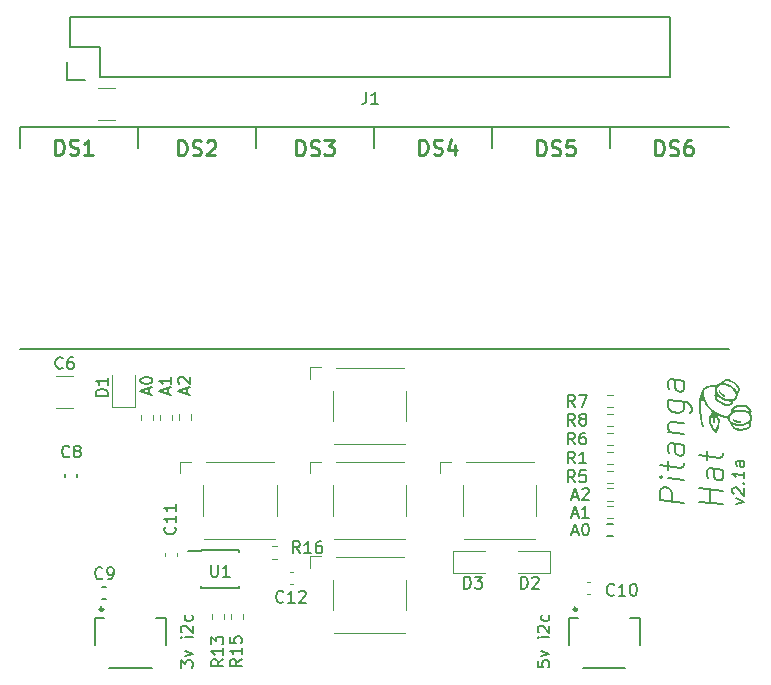
<source format=gto>
%TF.GenerationSoftware,KiCad,Pcbnew,7.0.8*%
%TF.CreationDate,2023-11-07T21:40:39+02:00*%
%TF.ProjectId,ltp_kikad,6c74705f-6b69-46b6-9164-2e6b69636164,rev?*%
%TF.SameCoordinates,Original*%
%TF.FileFunction,Legend,Top*%
%TF.FilePolarity,Positive*%
%FSLAX46Y46*%
G04 Gerber Fmt 4.6, Leading zero omitted, Abs format (unit mm)*
G04 Created by KiCad (PCBNEW 7.0.8) date 2023-11-07 21:40:39*
%MOMM*%
%LPD*%
G01*
G04 APERTURE LIST*
%ADD10C,0.150000*%
%ADD11C,0.254000*%
%ADD12C,0.200000*%
%ADD13C,0.120000*%
%ADD14C,0.127000*%
%ADD15C,0.300000*%
G04 APERTURE END LIST*
D10*
X165656819Y-108587030D02*
X165656819Y-109063220D01*
X165656819Y-109063220D02*
X166133009Y-109110839D01*
X166133009Y-109110839D02*
X166085390Y-109063220D01*
X166085390Y-109063220D02*
X166037771Y-108967982D01*
X166037771Y-108967982D02*
X166037771Y-108729887D01*
X166037771Y-108729887D02*
X166085390Y-108634649D01*
X166085390Y-108634649D02*
X166133009Y-108587030D01*
X166133009Y-108587030D02*
X166228247Y-108539411D01*
X166228247Y-108539411D02*
X166466342Y-108539411D01*
X166466342Y-108539411D02*
X166561580Y-108587030D01*
X166561580Y-108587030D02*
X166609200Y-108634649D01*
X166609200Y-108634649D02*
X166656819Y-108729887D01*
X166656819Y-108729887D02*
X166656819Y-108967982D01*
X166656819Y-108967982D02*
X166609200Y-109063220D01*
X166609200Y-109063220D02*
X166561580Y-109110839D01*
X165990152Y-108206077D02*
X166656819Y-107967982D01*
X166656819Y-107967982D02*
X165990152Y-107729887D01*
X166656819Y-106587029D02*
X165990152Y-106587029D01*
X165656819Y-106587029D02*
X165704438Y-106634648D01*
X165704438Y-106634648D02*
X165752057Y-106587029D01*
X165752057Y-106587029D02*
X165704438Y-106539410D01*
X165704438Y-106539410D02*
X165656819Y-106587029D01*
X165656819Y-106587029D02*
X165752057Y-106587029D01*
X165752057Y-106158458D02*
X165704438Y-106110839D01*
X165704438Y-106110839D02*
X165656819Y-106015601D01*
X165656819Y-106015601D02*
X165656819Y-105777506D01*
X165656819Y-105777506D02*
X165704438Y-105682268D01*
X165704438Y-105682268D02*
X165752057Y-105634649D01*
X165752057Y-105634649D02*
X165847295Y-105587030D01*
X165847295Y-105587030D02*
X165942533Y-105587030D01*
X165942533Y-105587030D02*
X166085390Y-105634649D01*
X166085390Y-105634649D02*
X166656819Y-106206077D01*
X166656819Y-106206077D02*
X166656819Y-105587030D01*
X166609200Y-104729887D02*
X166656819Y-104825125D01*
X166656819Y-104825125D02*
X166656819Y-105015601D01*
X166656819Y-105015601D02*
X166609200Y-105110839D01*
X166609200Y-105110839D02*
X166561580Y-105158458D01*
X166561580Y-105158458D02*
X166466342Y-105206077D01*
X166466342Y-105206077D02*
X166180628Y-105206077D01*
X166180628Y-105206077D02*
X166085390Y-105158458D01*
X166085390Y-105158458D02*
X166037771Y-105110839D01*
X166037771Y-105110839D02*
X165990152Y-105015601D01*
X165990152Y-105015601D02*
X165990152Y-104825125D01*
X165990152Y-104825125D02*
X166037771Y-104729887D01*
X178034438Y-95237030D02*
X176034438Y-94987030D01*
X176034438Y-94987030D02*
X176034438Y-94225125D01*
X176034438Y-94225125D02*
X176129676Y-94046554D01*
X176129676Y-94046554D02*
X176224914Y-93963220D01*
X176224914Y-93963220D02*
X176415390Y-93891792D01*
X176415390Y-93891792D02*
X176701104Y-93927506D01*
X176701104Y-93927506D02*
X176891580Y-94046554D01*
X176891580Y-94046554D02*
X176986819Y-94153696D01*
X176986819Y-94153696D02*
X177082057Y-94356077D01*
X177082057Y-94356077D02*
X177082057Y-95117982D01*
X178034438Y-93237030D02*
X176701104Y-93070363D01*
X176034438Y-92987030D02*
X176129676Y-93094173D01*
X176129676Y-93094173D02*
X176224914Y-93010839D01*
X176224914Y-93010839D02*
X176129676Y-92903696D01*
X176129676Y-92903696D02*
X176034438Y-92987030D01*
X176034438Y-92987030D02*
X176224914Y-93010839D01*
X176701104Y-92403696D02*
X176701104Y-91641792D01*
X176034438Y-92034649D02*
X177748723Y-92248935D01*
X177748723Y-92248935D02*
X177939200Y-92177506D01*
X177939200Y-92177506D02*
X178034438Y-91998935D01*
X178034438Y-91998935D02*
X178034438Y-91808458D01*
X178034438Y-90284649D02*
X176986819Y-90153697D01*
X176986819Y-90153697D02*
X176796342Y-90225125D01*
X176796342Y-90225125D02*
X176701104Y-90403697D01*
X176701104Y-90403697D02*
X176701104Y-90784649D01*
X176701104Y-90784649D02*
X176796342Y-90987030D01*
X177939200Y-90272744D02*
X178034438Y-90475125D01*
X178034438Y-90475125D02*
X178034438Y-90951316D01*
X178034438Y-90951316D02*
X177939200Y-91129887D01*
X177939200Y-91129887D02*
X177748723Y-91201316D01*
X177748723Y-91201316D02*
X177558247Y-91177506D01*
X177558247Y-91177506D02*
X177367771Y-91058458D01*
X177367771Y-91058458D02*
X177272533Y-90856078D01*
X177272533Y-90856078D02*
X177272533Y-90379887D01*
X177272533Y-90379887D02*
X177177295Y-90177506D01*
X176701104Y-89165601D02*
X178034438Y-89332268D01*
X176891580Y-89189411D02*
X176796342Y-89082268D01*
X176796342Y-89082268D02*
X176701104Y-88879887D01*
X176701104Y-88879887D02*
X176701104Y-88594173D01*
X176701104Y-88594173D02*
X176796342Y-88415601D01*
X176796342Y-88415601D02*
X176986819Y-88344173D01*
X176986819Y-88344173D02*
X178034438Y-88475125D01*
X176701104Y-86498934D02*
X178320152Y-86701315D01*
X178320152Y-86701315D02*
X178510628Y-86820363D01*
X178510628Y-86820363D02*
X178605866Y-86927506D01*
X178605866Y-86927506D02*
X178701104Y-87129887D01*
X178701104Y-87129887D02*
X178701104Y-87415601D01*
X178701104Y-87415601D02*
X178605866Y-87594172D01*
X177939200Y-86653696D02*
X178034438Y-86856077D01*
X178034438Y-86856077D02*
X178034438Y-87237030D01*
X178034438Y-87237030D02*
X177939200Y-87415601D01*
X177939200Y-87415601D02*
X177843961Y-87498934D01*
X177843961Y-87498934D02*
X177653485Y-87570363D01*
X177653485Y-87570363D02*
X177082057Y-87498934D01*
X177082057Y-87498934D02*
X176891580Y-87379887D01*
X176891580Y-87379887D02*
X176796342Y-87272744D01*
X176796342Y-87272744D02*
X176701104Y-87070363D01*
X176701104Y-87070363D02*
X176701104Y-86689410D01*
X176701104Y-86689410D02*
X176796342Y-86510839D01*
X178034438Y-84856077D02*
X176986819Y-84725125D01*
X176986819Y-84725125D02*
X176796342Y-84796553D01*
X176796342Y-84796553D02*
X176701104Y-84975125D01*
X176701104Y-84975125D02*
X176701104Y-85356077D01*
X176701104Y-85356077D02*
X176796342Y-85558458D01*
X177939200Y-84844172D02*
X178034438Y-85046553D01*
X178034438Y-85046553D02*
X178034438Y-85522744D01*
X178034438Y-85522744D02*
X177939200Y-85701315D01*
X177939200Y-85701315D02*
X177748723Y-85772744D01*
X177748723Y-85772744D02*
X177558247Y-85748934D01*
X177558247Y-85748934D02*
X177367771Y-85629886D01*
X177367771Y-85629886D02*
X177272533Y-85427506D01*
X177272533Y-85427506D02*
X177272533Y-84951315D01*
X177272533Y-84951315D02*
X177177295Y-84748934D01*
X181334438Y-95337030D02*
X179334438Y-95087030D01*
X180286819Y-95206077D02*
X180286819Y-94063220D01*
X181334438Y-94194173D02*
X179334438Y-93944173D01*
X181334438Y-92384649D02*
X180286819Y-92253697D01*
X180286819Y-92253697D02*
X180096342Y-92325125D01*
X180096342Y-92325125D02*
X180001104Y-92503697D01*
X180001104Y-92503697D02*
X180001104Y-92884649D01*
X180001104Y-92884649D02*
X180096342Y-93087030D01*
X181239200Y-92372744D02*
X181334438Y-92575125D01*
X181334438Y-92575125D02*
X181334438Y-93051316D01*
X181334438Y-93051316D02*
X181239200Y-93229887D01*
X181239200Y-93229887D02*
X181048723Y-93301316D01*
X181048723Y-93301316D02*
X180858247Y-93277506D01*
X180858247Y-93277506D02*
X180667771Y-93158458D01*
X180667771Y-93158458D02*
X180572533Y-92956078D01*
X180572533Y-92956078D02*
X180572533Y-92479887D01*
X180572533Y-92479887D02*
X180477295Y-92277506D01*
X180001104Y-91551315D02*
X180001104Y-90789411D01*
X179334438Y-91182268D02*
X181048723Y-91396554D01*
X181048723Y-91396554D02*
X181239200Y-91325125D01*
X181239200Y-91325125D02*
X181334438Y-91146554D01*
X181334438Y-91146554D02*
X181334438Y-90956077D01*
X135456819Y-109158458D02*
X135456819Y-108539411D01*
X135456819Y-108539411D02*
X135837771Y-108872744D01*
X135837771Y-108872744D02*
X135837771Y-108729887D01*
X135837771Y-108729887D02*
X135885390Y-108634649D01*
X135885390Y-108634649D02*
X135933009Y-108587030D01*
X135933009Y-108587030D02*
X136028247Y-108539411D01*
X136028247Y-108539411D02*
X136266342Y-108539411D01*
X136266342Y-108539411D02*
X136361580Y-108587030D01*
X136361580Y-108587030D02*
X136409200Y-108634649D01*
X136409200Y-108634649D02*
X136456819Y-108729887D01*
X136456819Y-108729887D02*
X136456819Y-109015601D01*
X136456819Y-109015601D02*
X136409200Y-109110839D01*
X136409200Y-109110839D02*
X136361580Y-109158458D01*
X135790152Y-108206077D02*
X136456819Y-107967982D01*
X136456819Y-107967982D02*
X135790152Y-107729887D01*
X136456819Y-106587029D02*
X135790152Y-106587029D01*
X135456819Y-106587029D02*
X135504438Y-106634648D01*
X135504438Y-106634648D02*
X135552057Y-106587029D01*
X135552057Y-106587029D02*
X135504438Y-106539410D01*
X135504438Y-106539410D02*
X135456819Y-106587029D01*
X135456819Y-106587029D02*
X135552057Y-106587029D01*
X135552057Y-106158458D02*
X135504438Y-106110839D01*
X135504438Y-106110839D02*
X135456819Y-106015601D01*
X135456819Y-106015601D02*
X135456819Y-105777506D01*
X135456819Y-105777506D02*
X135504438Y-105682268D01*
X135504438Y-105682268D02*
X135552057Y-105634649D01*
X135552057Y-105634649D02*
X135647295Y-105587030D01*
X135647295Y-105587030D02*
X135742533Y-105587030D01*
X135742533Y-105587030D02*
X135885390Y-105634649D01*
X135885390Y-105634649D02*
X136456819Y-106206077D01*
X136456819Y-106206077D02*
X136456819Y-105587030D01*
X136409200Y-104729887D02*
X136456819Y-104825125D01*
X136456819Y-104825125D02*
X136456819Y-105015601D01*
X136456819Y-105015601D02*
X136409200Y-105110839D01*
X136409200Y-105110839D02*
X136361580Y-105158458D01*
X136361580Y-105158458D02*
X136266342Y-105206077D01*
X136266342Y-105206077D02*
X135980628Y-105206077D01*
X135980628Y-105206077D02*
X135885390Y-105158458D01*
X135885390Y-105158458D02*
X135837771Y-105110839D01*
X135837771Y-105110839D02*
X135790152Y-105015601D01*
X135790152Y-105015601D02*
X135790152Y-104825125D01*
X135790152Y-104825125D02*
X135837771Y-104729887D01*
X182490152Y-95281077D02*
X183156819Y-95126316D01*
X183156819Y-95126316D02*
X182490152Y-94804887D01*
X182252057Y-94441791D02*
X182204438Y-94388220D01*
X182204438Y-94388220D02*
X182156819Y-94287030D01*
X182156819Y-94287030D02*
X182156819Y-94048934D01*
X182156819Y-94048934D02*
X182204438Y-93959649D01*
X182204438Y-93959649D02*
X182252057Y-93917982D01*
X182252057Y-93917982D02*
X182347295Y-93882268D01*
X182347295Y-93882268D02*
X182442533Y-93894172D01*
X182442533Y-93894172D02*
X182585390Y-93959649D01*
X182585390Y-93959649D02*
X183156819Y-94602506D01*
X183156819Y-94602506D02*
X183156819Y-93983458D01*
X183061580Y-93542982D02*
X183109200Y-93501315D01*
X183109200Y-93501315D02*
X183156819Y-93554887D01*
X183156819Y-93554887D02*
X183109200Y-93596553D01*
X183109200Y-93596553D02*
X183061580Y-93542982D01*
X183061580Y-93542982D02*
X183156819Y-93554887D01*
X183156819Y-92554887D02*
X183156819Y-93126316D01*
X183156819Y-92840601D02*
X182156819Y-92715601D01*
X182156819Y-92715601D02*
X182299676Y-92828697D01*
X182299676Y-92828697D02*
X182394914Y-92935840D01*
X182394914Y-92935840D02*
X182442533Y-93037030D01*
X183156819Y-91697744D02*
X182633009Y-91632268D01*
X182633009Y-91632268D02*
X182537771Y-91667982D01*
X182537771Y-91667982D02*
X182490152Y-91757268D01*
X182490152Y-91757268D02*
X182490152Y-91947744D01*
X182490152Y-91947744D02*
X182537771Y-92048935D01*
X183109200Y-91691792D02*
X183156819Y-91792982D01*
X183156819Y-91792982D02*
X183156819Y-92031078D01*
X183156819Y-92031078D02*
X183109200Y-92120363D01*
X183109200Y-92120363D02*
X183013961Y-92156078D01*
X183013961Y-92156078D02*
X182918723Y-92144173D01*
X182918723Y-92144173D02*
X182823485Y-92084649D01*
X182823485Y-92084649D02*
X182775866Y-91983459D01*
X182775866Y-91983459D02*
X182775866Y-91745363D01*
X182775866Y-91745363D02*
X182728247Y-91644173D01*
D11*
X175644856Y-65774318D02*
X175644856Y-64504318D01*
X175644856Y-64504318D02*
X175947237Y-64504318D01*
X175947237Y-64504318D02*
X176128666Y-64564794D01*
X176128666Y-64564794D02*
X176249618Y-64685746D01*
X176249618Y-64685746D02*
X176310095Y-64806699D01*
X176310095Y-64806699D02*
X176370571Y-65048603D01*
X176370571Y-65048603D02*
X176370571Y-65230032D01*
X176370571Y-65230032D02*
X176310095Y-65471937D01*
X176310095Y-65471937D02*
X176249618Y-65592889D01*
X176249618Y-65592889D02*
X176128666Y-65713842D01*
X176128666Y-65713842D02*
X175947237Y-65774318D01*
X175947237Y-65774318D02*
X175644856Y-65774318D01*
X176854380Y-65713842D02*
X177035809Y-65774318D01*
X177035809Y-65774318D02*
X177338190Y-65774318D01*
X177338190Y-65774318D02*
X177459142Y-65713842D01*
X177459142Y-65713842D02*
X177519618Y-65653365D01*
X177519618Y-65653365D02*
X177580095Y-65532413D01*
X177580095Y-65532413D02*
X177580095Y-65411461D01*
X177580095Y-65411461D02*
X177519618Y-65290508D01*
X177519618Y-65290508D02*
X177459142Y-65230032D01*
X177459142Y-65230032D02*
X177338190Y-65169556D01*
X177338190Y-65169556D02*
X177096285Y-65109080D01*
X177096285Y-65109080D02*
X176975333Y-65048603D01*
X176975333Y-65048603D02*
X176914856Y-64988127D01*
X176914856Y-64988127D02*
X176854380Y-64867175D01*
X176854380Y-64867175D02*
X176854380Y-64746222D01*
X176854380Y-64746222D02*
X176914856Y-64625270D01*
X176914856Y-64625270D02*
X176975333Y-64564794D01*
X176975333Y-64564794D02*
X177096285Y-64504318D01*
X177096285Y-64504318D02*
X177398666Y-64504318D01*
X177398666Y-64504318D02*
X177580095Y-64564794D01*
X178668666Y-64504318D02*
X178426761Y-64504318D01*
X178426761Y-64504318D02*
X178305809Y-64564794D01*
X178305809Y-64564794D02*
X178245333Y-64625270D01*
X178245333Y-64625270D02*
X178124380Y-64806699D01*
X178124380Y-64806699D02*
X178063904Y-65048603D01*
X178063904Y-65048603D02*
X178063904Y-65532413D01*
X178063904Y-65532413D02*
X178124380Y-65653365D01*
X178124380Y-65653365D02*
X178184857Y-65713842D01*
X178184857Y-65713842D02*
X178305809Y-65774318D01*
X178305809Y-65774318D02*
X178547714Y-65774318D01*
X178547714Y-65774318D02*
X178668666Y-65713842D01*
X178668666Y-65713842D02*
X178729142Y-65653365D01*
X178729142Y-65653365D02*
X178789619Y-65532413D01*
X178789619Y-65532413D02*
X178789619Y-65230032D01*
X178789619Y-65230032D02*
X178729142Y-65109080D01*
X178729142Y-65109080D02*
X178668666Y-65048603D01*
X178668666Y-65048603D02*
X178547714Y-64988127D01*
X178547714Y-64988127D02*
X178305809Y-64988127D01*
X178305809Y-64988127D02*
X178184857Y-65048603D01*
X178184857Y-65048603D02*
X178124380Y-65109080D01*
X178124380Y-65109080D02*
X178063904Y-65230032D01*
X145244856Y-65774318D02*
X145244856Y-64504318D01*
X145244856Y-64504318D02*
X145547237Y-64504318D01*
X145547237Y-64504318D02*
X145728666Y-64564794D01*
X145728666Y-64564794D02*
X145849618Y-64685746D01*
X145849618Y-64685746D02*
X145910095Y-64806699D01*
X145910095Y-64806699D02*
X145970571Y-65048603D01*
X145970571Y-65048603D02*
X145970571Y-65230032D01*
X145970571Y-65230032D02*
X145910095Y-65471937D01*
X145910095Y-65471937D02*
X145849618Y-65592889D01*
X145849618Y-65592889D02*
X145728666Y-65713842D01*
X145728666Y-65713842D02*
X145547237Y-65774318D01*
X145547237Y-65774318D02*
X145244856Y-65774318D01*
X146454380Y-65713842D02*
X146635809Y-65774318D01*
X146635809Y-65774318D02*
X146938190Y-65774318D01*
X146938190Y-65774318D02*
X147059142Y-65713842D01*
X147059142Y-65713842D02*
X147119618Y-65653365D01*
X147119618Y-65653365D02*
X147180095Y-65532413D01*
X147180095Y-65532413D02*
X147180095Y-65411461D01*
X147180095Y-65411461D02*
X147119618Y-65290508D01*
X147119618Y-65290508D02*
X147059142Y-65230032D01*
X147059142Y-65230032D02*
X146938190Y-65169556D01*
X146938190Y-65169556D02*
X146696285Y-65109080D01*
X146696285Y-65109080D02*
X146575333Y-65048603D01*
X146575333Y-65048603D02*
X146514856Y-64988127D01*
X146514856Y-64988127D02*
X146454380Y-64867175D01*
X146454380Y-64867175D02*
X146454380Y-64746222D01*
X146454380Y-64746222D02*
X146514856Y-64625270D01*
X146514856Y-64625270D02*
X146575333Y-64564794D01*
X146575333Y-64564794D02*
X146696285Y-64504318D01*
X146696285Y-64504318D02*
X146998666Y-64504318D01*
X146998666Y-64504318D02*
X147180095Y-64564794D01*
X147603428Y-64504318D02*
X148389619Y-64504318D01*
X148389619Y-64504318D02*
X147966285Y-64988127D01*
X147966285Y-64988127D02*
X148147714Y-64988127D01*
X148147714Y-64988127D02*
X148268666Y-65048603D01*
X148268666Y-65048603D02*
X148329142Y-65109080D01*
X148329142Y-65109080D02*
X148389619Y-65230032D01*
X148389619Y-65230032D02*
X148389619Y-65532413D01*
X148389619Y-65532413D02*
X148329142Y-65653365D01*
X148329142Y-65653365D02*
X148268666Y-65713842D01*
X148268666Y-65713842D02*
X148147714Y-65774318D01*
X148147714Y-65774318D02*
X147784857Y-65774318D01*
X147784857Y-65774318D02*
X147663904Y-65713842D01*
X147663904Y-65713842D02*
X147603428Y-65653365D01*
D10*
X172144142Y-102959580D02*
X172096523Y-103007200D01*
X172096523Y-103007200D02*
X171953666Y-103054819D01*
X171953666Y-103054819D02*
X171858428Y-103054819D01*
X171858428Y-103054819D02*
X171715571Y-103007200D01*
X171715571Y-103007200D02*
X171620333Y-102911961D01*
X171620333Y-102911961D02*
X171572714Y-102816723D01*
X171572714Y-102816723D02*
X171525095Y-102626247D01*
X171525095Y-102626247D02*
X171525095Y-102483390D01*
X171525095Y-102483390D02*
X171572714Y-102292914D01*
X171572714Y-102292914D02*
X171620333Y-102197676D01*
X171620333Y-102197676D02*
X171715571Y-102102438D01*
X171715571Y-102102438D02*
X171858428Y-102054819D01*
X171858428Y-102054819D02*
X171953666Y-102054819D01*
X171953666Y-102054819D02*
X172096523Y-102102438D01*
X172096523Y-102102438D02*
X172144142Y-102150057D01*
X173096523Y-103054819D02*
X172525095Y-103054819D01*
X172810809Y-103054819D02*
X172810809Y-102054819D01*
X172810809Y-102054819D02*
X172715571Y-102197676D01*
X172715571Y-102197676D02*
X172620333Y-102292914D01*
X172620333Y-102292914D02*
X172525095Y-102340533D01*
X173715571Y-102054819D02*
X173810809Y-102054819D01*
X173810809Y-102054819D02*
X173906047Y-102102438D01*
X173906047Y-102102438D02*
X173953666Y-102150057D01*
X173953666Y-102150057D02*
X174001285Y-102245295D01*
X174001285Y-102245295D02*
X174048904Y-102435771D01*
X174048904Y-102435771D02*
X174048904Y-102673866D01*
X174048904Y-102673866D02*
X174001285Y-102864342D01*
X174001285Y-102864342D02*
X173953666Y-102959580D01*
X173953666Y-102959580D02*
X173906047Y-103007200D01*
X173906047Y-103007200D02*
X173810809Y-103054819D01*
X173810809Y-103054819D02*
X173715571Y-103054819D01*
X173715571Y-103054819D02*
X173620333Y-103007200D01*
X173620333Y-103007200D02*
X173572714Y-102959580D01*
X173572714Y-102959580D02*
X173525095Y-102864342D01*
X173525095Y-102864342D02*
X173477476Y-102673866D01*
X173477476Y-102673866D02*
X173477476Y-102435771D01*
X173477476Y-102435771D02*
X173525095Y-102245295D01*
X173525095Y-102245295D02*
X173572714Y-102150057D01*
X173572714Y-102150057D02*
X173620333Y-102102438D01*
X173620333Y-102102438D02*
X173715571Y-102054819D01*
X164248905Y-102454819D02*
X164248905Y-101454819D01*
X164248905Y-101454819D02*
X164487000Y-101454819D01*
X164487000Y-101454819D02*
X164629857Y-101502438D01*
X164629857Y-101502438D02*
X164725095Y-101597676D01*
X164725095Y-101597676D02*
X164772714Y-101692914D01*
X164772714Y-101692914D02*
X164820333Y-101883390D01*
X164820333Y-101883390D02*
X164820333Y-102026247D01*
X164820333Y-102026247D02*
X164772714Y-102216723D01*
X164772714Y-102216723D02*
X164725095Y-102311961D01*
X164725095Y-102311961D02*
X164629857Y-102407200D01*
X164629857Y-102407200D02*
X164487000Y-102454819D01*
X164487000Y-102454819D02*
X164248905Y-102454819D01*
X165201286Y-101550057D02*
X165248905Y-101502438D01*
X165248905Y-101502438D02*
X165344143Y-101454819D01*
X165344143Y-101454819D02*
X165582238Y-101454819D01*
X165582238Y-101454819D02*
X165677476Y-101502438D01*
X165677476Y-101502438D02*
X165725095Y-101550057D01*
X165725095Y-101550057D02*
X165772714Y-101645295D01*
X165772714Y-101645295D02*
X165772714Y-101740533D01*
X165772714Y-101740533D02*
X165725095Y-101883390D01*
X165725095Y-101883390D02*
X165153667Y-102454819D01*
X165153667Y-102454819D02*
X165772714Y-102454819D01*
X159448905Y-102454819D02*
X159448905Y-101454819D01*
X159448905Y-101454819D02*
X159687000Y-101454819D01*
X159687000Y-101454819D02*
X159829857Y-101502438D01*
X159829857Y-101502438D02*
X159925095Y-101597676D01*
X159925095Y-101597676D02*
X159972714Y-101692914D01*
X159972714Y-101692914D02*
X160020333Y-101883390D01*
X160020333Y-101883390D02*
X160020333Y-102026247D01*
X160020333Y-102026247D02*
X159972714Y-102216723D01*
X159972714Y-102216723D02*
X159925095Y-102311961D01*
X159925095Y-102311961D02*
X159829857Y-102407200D01*
X159829857Y-102407200D02*
X159687000Y-102454819D01*
X159687000Y-102454819D02*
X159448905Y-102454819D01*
X160353667Y-101454819D02*
X160972714Y-101454819D01*
X160972714Y-101454819D02*
X160639381Y-101835771D01*
X160639381Y-101835771D02*
X160782238Y-101835771D01*
X160782238Y-101835771D02*
X160877476Y-101883390D01*
X160877476Y-101883390D02*
X160925095Y-101931009D01*
X160925095Y-101931009D02*
X160972714Y-102026247D01*
X160972714Y-102026247D02*
X160972714Y-102264342D01*
X160972714Y-102264342D02*
X160925095Y-102359580D01*
X160925095Y-102359580D02*
X160877476Y-102407200D01*
X160877476Y-102407200D02*
X160782238Y-102454819D01*
X160782238Y-102454819D02*
X160496524Y-102454819D01*
X160496524Y-102454819D02*
X160401286Y-102407200D01*
X160401286Y-102407200D02*
X160353667Y-102359580D01*
X139041819Y-108442857D02*
X138565628Y-108776190D01*
X139041819Y-109014285D02*
X138041819Y-109014285D01*
X138041819Y-109014285D02*
X138041819Y-108633333D01*
X138041819Y-108633333D02*
X138089438Y-108538095D01*
X138089438Y-108538095D02*
X138137057Y-108490476D01*
X138137057Y-108490476D02*
X138232295Y-108442857D01*
X138232295Y-108442857D02*
X138375152Y-108442857D01*
X138375152Y-108442857D02*
X138470390Y-108490476D01*
X138470390Y-108490476D02*
X138518009Y-108538095D01*
X138518009Y-108538095D02*
X138565628Y-108633333D01*
X138565628Y-108633333D02*
X138565628Y-109014285D01*
X139041819Y-107490476D02*
X139041819Y-108061904D01*
X139041819Y-107776190D02*
X138041819Y-107776190D01*
X138041819Y-107776190D02*
X138184676Y-107871428D01*
X138184676Y-107871428D02*
X138279914Y-107966666D01*
X138279914Y-107966666D02*
X138327533Y-108061904D01*
X138041819Y-107157142D02*
X138041819Y-106538095D01*
X138041819Y-106538095D02*
X138422771Y-106871428D01*
X138422771Y-106871428D02*
X138422771Y-106728571D01*
X138422771Y-106728571D02*
X138470390Y-106633333D01*
X138470390Y-106633333D02*
X138518009Y-106585714D01*
X138518009Y-106585714D02*
X138613247Y-106538095D01*
X138613247Y-106538095D02*
X138851342Y-106538095D01*
X138851342Y-106538095D02*
X138946580Y-106585714D01*
X138946580Y-106585714D02*
X138994200Y-106633333D01*
X138994200Y-106633333D02*
X139041819Y-106728571D01*
X139041819Y-106728571D02*
X139041819Y-107014285D01*
X139041819Y-107014285D02*
X138994200Y-107109523D01*
X138994200Y-107109523D02*
X138946580Y-107157142D01*
X126020333Y-91259580D02*
X125972714Y-91307200D01*
X125972714Y-91307200D02*
X125829857Y-91354819D01*
X125829857Y-91354819D02*
X125734619Y-91354819D01*
X125734619Y-91354819D02*
X125591762Y-91307200D01*
X125591762Y-91307200D02*
X125496524Y-91211961D01*
X125496524Y-91211961D02*
X125448905Y-91116723D01*
X125448905Y-91116723D02*
X125401286Y-90926247D01*
X125401286Y-90926247D02*
X125401286Y-90783390D01*
X125401286Y-90783390D02*
X125448905Y-90592914D01*
X125448905Y-90592914D02*
X125496524Y-90497676D01*
X125496524Y-90497676D02*
X125591762Y-90402438D01*
X125591762Y-90402438D02*
X125734619Y-90354819D01*
X125734619Y-90354819D02*
X125829857Y-90354819D01*
X125829857Y-90354819D02*
X125972714Y-90402438D01*
X125972714Y-90402438D02*
X126020333Y-90450057D01*
X126591762Y-90783390D02*
X126496524Y-90735771D01*
X126496524Y-90735771D02*
X126448905Y-90688152D01*
X126448905Y-90688152D02*
X126401286Y-90592914D01*
X126401286Y-90592914D02*
X126401286Y-90545295D01*
X126401286Y-90545295D02*
X126448905Y-90450057D01*
X126448905Y-90450057D02*
X126496524Y-90402438D01*
X126496524Y-90402438D02*
X126591762Y-90354819D01*
X126591762Y-90354819D02*
X126782238Y-90354819D01*
X126782238Y-90354819D02*
X126877476Y-90402438D01*
X126877476Y-90402438D02*
X126925095Y-90450057D01*
X126925095Y-90450057D02*
X126972714Y-90545295D01*
X126972714Y-90545295D02*
X126972714Y-90592914D01*
X126972714Y-90592914D02*
X126925095Y-90688152D01*
X126925095Y-90688152D02*
X126877476Y-90735771D01*
X126877476Y-90735771D02*
X126782238Y-90783390D01*
X126782238Y-90783390D02*
X126591762Y-90783390D01*
X126591762Y-90783390D02*
X126496524Y-90831009D01*
X126496524Y-90831009D02*
X126448905Y-90878628D01*
X126448905Y-90878628D02*
X126401286Y-90973866D01*
X126401286Y-90973866D02*
X126401286Y-91164342D01*
X126401286Y-91164342D02*
X126448905Y-91259580D01*
X126448905Y-91259580D02*
X126496524Y-91307200D01*
X126496524Y-91307200D02*
X126591762Y-91354819D01*
X126591762Y-91354819D02*
X126782238Y-91354819D01*
X126782238Y-91354819D02*
X126877476Y-91307200D01*
X126877476Y-91307200D02*
X126925095Y-91259580D01*
X126925095Y-91259580D02*
X126972714Y-91164342D01*
X126972714Y-91164342D02*
X126972714Y-90973866D01*
X126972714Y-90973866D02*
X126925095Y-90878628D01*
X126925095Y-90878628D02*
X126877476Y-90831009D01*
X126877476Y-90831009D02*
X126782238Y-90783390D01*
X140611819Y-108417857D02*
X140135628Y-108751190D01*
X140611819Y-108989285D02*
X139611819Y-108989285D01*
X139611819Y-108989285D02*
X139611819Y-108608333D01*
X139611819Y-108608333D02*
X139659438Y-108513095D01*
X139659438Y-108513095D02*
X139707057Y-108465476D01*
X139707057Y-108465476D02*
X139802295Y-108417857D01*
X139802295Y-108417857D02*
X139945152Y-108417857D01*
X139945152Y-108417857D02*
X140040390Y-108465476D01*
X140040390Y-108465476D02*
X140088009Y-108513095D01*
X140088009Y-108513095D02*
X140135628Y-108608333D01*
X140135628Y-108608333D02*
X140135628Y-108989285D01*
X140611819Y-107465476D02*
X140611819Y-108036904D01*
X140611819Y-107751190D02*
X139611819Y-107751190D01*
X139611819Y-107751190D02*
X139754676Y-107846428D01*
X139754676Y-107846428D02*
X139849914Y-107941666D01*
X139849914Y-107941666D02*
X139897533Y-108036904D01*
X139611819Y-106560714D02*
X139611819Y-107036904D01*
X139611819Y-107036904D02*
X140088009Y-107084523D01*
X140088009Y-107084523D02*
X140040390Y-107036904D01*
X140040390Y-107036904D02*
X139992771Y-106941666D01*
X139992771Y-106941666D02*
X139992771Y-106703571D01*
X139992771Y-106703571D02*
X140040390Y-106608333D01*
X140040390Y-106608333D02*
X140088009Y-106560714D01*
X140088009Y-106560714D02*
X140183247Y-106513095D01*
X140183247Y-106513095D02*
X140421342Y-106513095D01*
X140421342Y-106513095D02*
X140516580Y-106560714D01*
X140516580Y-106560714D02*
X140564200Y-106608333D01*
X140564200Y-106608333D02*
X140611819Y-106703571D01*
X140611819Y-106703571D02*
X140611819Y-106941666D01*
X140611819Y-106941666D02*
X140564200Y-107036904D01*
X140564200Y-107036904D02*
X140516580Y-107084523D01*
X135956104Y-85964285D02*
X135956104Y-85488095D01*
X136241819Y-86059523D02*
X135241819Y-85726190D01*
X135241819Y-85726190D02*
X136241819Y-85392857D01*
X135337057Y-85107142D02*
X135289438Y-85059523D01*
X135289438Y-85059523D02*
X135241819Y-84964285D01*
X135241819Y-84964285D02*
X135241819Y-84726190D01*
X135241819Y-84726190D02*
X135289438Y-84630952D01*
X135289438Y-84630952D02*
X135337057Y-84583333D01*
X135337057Y-84583333D02*
X135432295Y-84535714D01*
X135432295Y-84535714D02*
X135527533Y-84535714D01*
X135527533Y-84535714D02*
X135670390Y-84583333D01*
X135670390Y-84583333D02*
X136241819Y-85154761D01*
X136241819Y-85154761D02*
X136241819Y-84535714D01*
D11*
X165644856Y-65774318D02*
X165644856Y-64504318D01*
X165644856Y-64504318D02*
X165947237Y-64504318D01*
X165947237Y-64504318D02*
X166128666Y-64564794D01*
X166128666Y-64564794D02*
X166249618Y-64685746D01*
X166249618Y-64685746D02*
X166310095Y-64806699D01*
X166310095Y-64806699D02*
X166370571Y-65048603D01*
X166370571Y-65048603D02*
X166370571Y-65230032D01*
X166370571Y-65230032D02*
X166310095Y-65471937D01*
X166310095Y-65471937D02*
X166249618Y-65592889D01*
X166249618Y-65592889D02*
X166128666Y-65713842D01*
X166128666Y-65713842D02*
X165947237Y-65774318D01*
X165947237Y-65774318D02*
X165644856Y-65774318D01*
X166854380Y-65713842D02*
X167035809Y-65774318D01*
X167035809Y-65774318D02*
X167338190Y-65774318D01*
X167338190Y-65774318D02*
X167459142Y-65713842D01*
X167459142Y-65713842D02*
X167519618Y-65653365D01*
X167519618Y-65653365D02*
X167580095Y-65532413D01*
X167580095Y-65532413D02*
X167580095Y-65411461D01*
X167580095Y-65411461D02*
X167519618Y-65290508D01*
X167519618Y-65290508D02*
X167459142Y-65230032D01*
X167459142Y-65230032D02*
X167338190Y-65169556D01*
X167338190Y-65169556D02*
X167096285Y-65109080D01*
X167096285Y-65109080D02*
X166975333Y-65048603D01*
X166975333Y-65048603D02*
X166914856Y-64988127D01*
X166914856Y-64988127D02*
X166854380Y-64867175D01*
X166854380Y-64867175D02*
X166854380Y-64746222D01*
X166854380Y-64746222D02*
X166914856Y-64625270D01*
X166914856Y-64625270D02*
X166975333Y-64564794D01*
X166975333Y-64564794D02*
X167096285Y-64504318D01*
X167096285Y-64504318D02*
X167398666Y-64504318D01*
X167398666Y-64504318D02*
X167580095Y-64564794D01*
X168729142Y-64504318D02*
X168124380Y-64504318D01*
X168124380Y-64504318D02*
X168063904Y-65109080D01*
X168063904Y-65109080D02*
X168124380Y-65048603D01*
X168124380Y-65048603D02*
X168245333Y-64988127D01*
X168245333Y-64988127D02*
X168547714Y-64988127D01*
X168547714Y-64988127D02*
X168668666Y-65048603D01*
X168668666Y-65048603D02*
X168729142Y-65109080D01*
X168729142Y-65109080D02*
X168789619Y-65230032D01*
X168789619Y-65230032D02*
X168789619Y-65532413D01*
X168789619Y-65532413D02*
X168729142Y-65653365D01*
X168729142Y-65653365D02*
X168668666Y-65713842D01*
X168668666Y-65713842D02*
X168547714Y-65774318D01*
X168547714Y-65774318D02*
X168245333Y-65774318D01*
X168245333Y-65774318D02*
X168124380Y-65713842D01*
X168124380Y-65713842D02*
X168063904Y-65653365D01*
D10*
X168820333Y-90254819D02*
X168487000Y-89778628D01*
X168248905Y-90254819D02*
X168248905Y-89254819D01*
X168248905Y-89254819D02*
X168629857Y-89254819D01*
X168629857Y-89254819D02*
X168725095Y-89302438D01*
X168725095Y-89302438D02*
X168772714Y-89350057D01*
X168772714Y-89350057D02*
X168820333Y-89445295D01*
X168820333Y-89445295D02*
X168820333Y-89588152D01*
X168820333Y-89588152D02*
X168772714Y-89683390D01*
X168772714Y-89683390D02*
X168725095Y-89731009D01*
X168725095Y-89731009D02*
X168629857Y-89778628D01*
X168629857Y-89778628D02*
X168248905Y-89778628D01*
X169677476Y-89254819D02*
X169487000Y-89254819D01*
X169487000Y-89254819D02*
X169391762Y-89302438D01*
X169391762Y-89302438D02*
X169344143Y-89350057D01*
X169344143Y-89350057D02*
X169248905Y-89492914D01*
X169248905Y-89492914D02*
X169201286Y-89683390D01*
X169201286Y-89683390D02*
X169201286Y-90064342D01*
X169201286Y-90064342D02*
X169248905Y-90159580D01*
X169248905Y-90159580D02*
X169296524Y-90207200D01*
X169296524Y-90207200D02*
X169391762Y-90254819D01*
X169391762Y-90254819D02*
X169582238Y-90254819D01*
X169582238Y-90254819D02*
X169677476Y-90207200D01*
X169677476Y-90207200D02*
X169725095Y-90159580D01*
X169725095Y-90159580D02*
X169772714Y-90064342D01*
X169772714Y-90064342D02*
X169772714Y-89826247D01*
X169772714Y-89826247D02*
X169725095Y-89731009D01*
X169725095Y-89731009D02*
X169677476Y-89683390D01*
X169677476Y-89683390D02*
X169582238Y-89635771D01*
X169582238Y-89635771D02*
X169391762Y-89635771D01*
X169391762Y-89635771D02*
X169296524Y-89683390D01*
X169296524Y-89683390D02*
X169248905Y-89731009D01*
X169248905Y-89731009D02*
X169201286Y-89826247D01*
X168572714Y-94669104D02*
X169048904Y-94669104D01*
X168477476Y-94954819D02*
X168810809Y-93954819D01*
X168810809Y-93954819D02*
X169144142Y-94954819D01*
X169429857Y-94050057D02*
X169477476Y-94002438D01*
X169477476Y-94002438D02*
X169572714Y-93954819D01*
X169572714Y-93954819D02*
X169810809Y-93954819D01*
X169810809Y-93954819D02*
X169906047Y-94002438D01*
X169906047Y-94002438D02*
X169953666Y-94050057D01*
X169953666Y-94050057D02*
X170001285Y-94145295D01*
X170001285Y-94145295D02*
X170001285Y-94240533D01*
X170001285Y-94240533D02*
X169953666Y-94383390D01*
X169953666Y-94383390D02*
X169382238Y-94954819D01*
X169382238Y-94954819D02*
X170001285Y-94954819D01*
D11*
X135244856Y-65774318D02*
X135244856Y-64504318D01*
X135244856Y-64504318D02*
X135547237Y-64504318D01*
X135547237Y-64504318D02*
X135728666Y-64564794D01*
X135728666Y-64564794D02*
X135849618Y-64685746D01*
X135849618Y-64685746D02*
X135910095Y-64806699D01*
X135910095Y-64806699D02*
X135970571Y-65048603D01*
X135970571Y-65048603D02*
X135970571Y-65230032D01*
X135970571Y-65230032D02*
X135910095Y-65471937D01*
X135910095Y-65471937D02*
X135849618Y-65592889D01*
X135849618Y-65592889D02*
X135728666Y-65713842D01*
X135728666Y-65713842D02*
X135547237Y-65774318D01*
X135547237Y-65774318D02*
X135244856Y-65774318D01*
X136454380Y-65713842D02*
X136635809Y-65774318D01*
X136635809Y-65774318D02*
X136938190Y-65774318D01*
X136938190Y-65774318D02*
X137059142Y-65713842D01*
X137059142Y-65713842D02*
X137119618Y-65653365D01*
X137119618Y-65653365D02*
X137180095Y-65532413D01*
X137180095Y-65532413D02*
X137180095Y-65411461D01*
X137180095Y-65411461D02*
X137119618Y-65290508D01*
X137119618Y-65290508D02*
X137059142Y-65230032D01*
X137059142Y-65230032D02*
X136938190Y-65169556D01*
X136938190Y-65169556D02*
X136696285Y-65109080D01*
X136696285Y-65109080D02*
X136575333Y-65048603D01*
X136575333Y-65048603D02*
X136514856Y-64988127D01*
X136514856Y-64988127D02*
X136454380Y-64867175D01*
X136454380Y-64867175D02*
X136454380Y-64746222D01*
X136454380Y-64746222D02*
X136514856Y-64625270D01*
X136514856Y-64625270D02*
X136575333Y-64564794D01*
X136575333Y-64564794D02*
X136696285Y-64504318D01*
X136696285Y-64504318D02*
X136998666Y-64504318D01*
X136998666Y-64504318D02*
X137180095Y-64564794D01*
X137663904Y-64625270D02*
X137724380Y-64564794D01*
X137724380Y-64564794D02*
X137845333Y-64504318D01*
X137845333Y-64504318D02*
X138147714Y-64504318D01*
X138147714Y-64504318D02*
X138268666Y-64564794D01*
X138268666Y-64564794D02*
X138329142Y-64625270D01*
X138329142Y-64625270D02*
X138389619Y-64746222D01*
X138389619Y-64746222D02*
X138389619Y-64867175D01*
X138389619Y-64867175D02*
X138329142Y-65048603D01*
X138329142Y-65048603D02*
X137603428Y-65774318D01*
X137603428Y-65774318D02*
X138389619Y-65774318D01*
X124844856Y-65724318D02*
X124844856Y-64454318D01*
X124844856Y-64454318D02*
X125147237Y-64454318D01*
X125147237Y-64454318D02*
X125328666Y-64514794D01*
X125328666Y-64514794D02*
X125449618Y-64635746D01*
X125449618Y-64635746D02*
X125510095Y-64756699D01*
X125510095Y-64756699D02*
X125570571Y-64998603D01*
X125570571Y-64998603D02*
X125570571Y-65180032D01*
X125570571Y-65180032D02*
X125510095Y-65421937D01*
X125510095Y-65421937D02*
X125449618Y-65542889D01*
X125449618Y-65542889D02*
X125328666Y-65663842D01*
X125328666Y-65663842D02*
X125147237Y-65724318D01*
X125147237Y-65724318D02*
X124844856Y-65724318D01*
X126054380Y-65663842D02*
X126235809Y-65724318D01*
X126235809Y-65724318D02*
X126538190Y-65724318D01*
X126538190Y-65724318D02*
X126659142Y-65663842D01*
X126659142Y-65663842D02*
X126719618Y-65603365D01*
X126719618Y-65603365D02*
X126780095Y-65482413D01*
X126780095Y-65482413D02*
X126780095Y-65361461D01*
X126780095Y-65361461D02*
X126719618Y-65240508D01*
X126719618Y-65240508D02*
X126659142Y-65180032D01*
X126659142Y-65180032D02*
X126538190Y-65119556D01*
X126538190Y-65119556D02*
X126296285Y-65059080D01*
X126296285Y-65059080D02*
X126175333Y-64998603D01*
X126175333Y-64998603D02*
X126114856Y-64938127D01*
X126114856Y-64938127D02*
X126054380Y-64817175D01*
X126054380Y-64817175D02*
X126054380Y-64696222D01*
X126054380Y-64696222D02*
X126114856Y-64575270D01*
X126114856Y-64575270D02*
X126175333Y-64514794D01*
X126175333Y-64514794D02*
X126296285Y-64454318D01*
X126296285Y-64454318D02*
X126598666Y-64454318D01*
X126598666Y-64454318D02*
X126780095Y-64514794D01*
X127989619Y-65724318D02*
X127263904Y-65724318D01*
X127626761Y-65724318D02*
X127626761Y-64454318D01*
X127626761Y-64454318D02*
X127505809Y-64635746D01*
X127505809Y-64635746D02*
X127384857Y-64756699D01*
X127384857Y-64756699D02*
X127263904Y-64817175D01*
D10*
X134356104Y-85989285D02*
X134356104Y-85513095D01*
X134641819Y-86084523D02*
X133641819Y-85751190D01*
X133641819Y-85751190D02*
X134641819Y-85417857D01*
X134641819Y-84560714D02*
X134641819Y-85132142D01*
X134641819Y-84846428D02*
X133641819Y-84846428D01*
X133641819Y-84846428D02*
X133784676Y-84941666D01*
X133784676Y-84941666D02*
X133879914Y-85036904D01*
X133879914Y-85036904D02*
X133927533Y-85132142D01*
X125457833Y-83759580D02*
X125410214Y-83807200D01*
X125410214Y-83807200D02*
X125267357Y-83854819D01*
X125267357Y-83854819D02*
X125172119Y-83854819D01*
X125172119Y-83854819D02*
X125029262Y-83807200D01*
X125029262Y-83807200D02*
X124934024Y-83711961D01*
X124934024Y-83711961D02*
X124886405Y-83616723D01*
X124886405Y-83616723D02*
X124838786Y-83426247D01*
X124838786Y-83426247D02*
X124838786Y-83283390D01*
X124838786Y-83283390D02*
X124886405Y-83092914D01*
X124886405Y-83092914D02*
X124934024Y-82997676D01*
X124934024Y-82997676D02*
X125029262Y-82902438D01*
X125029262Y-82902438D02*
X125172119Y-82854819D01*
X125172119Y-82854819D02*
X125267357Y-82854819D01*
X125267357Y-82854819D02*
X125410214Y-82902438D01*
X125410214Y-82902438D02*
X125457833Y-82950057D01*
X126314976Y-82854819D02*
X126124500Y-82854819D01*
X126124500Y-82854819D02*
X126029262Y-82902438D01*
X126029262Y-82902438D02*
X125981643Y-82950057D01*
X125981643Y-82950057D02*
X125886405Y-83092914D01*
X125886405Y-83092914D02*
X125838786Y-83283390D01*
X125838786Y-83283390D02*
X125838786Y-83664342D01*
X125838786Y-83664342D02*
X125886405Y-83759580D01*
X125886405Y-83759580D02*
X125934024Y-83807200D01*
X125934024Y-83807200D02*
X126029262Y-83854819D01*
X126029262Y-83854819D02*
X126219738Y-83854819D01*
X126219738Y-83854819D02*
X126314976Y-83807200D01*
X126314976Y-83807200D02*
X126362595Y-83759580D01*
X126362595Y-83759580D02*
X126410214Y-83664342D01*
X126410214Y-83664342D02*
X126410214Y-83426247D01*
X126410214Y-83426247D02*
X126362595Y-83331009D01*
X126362595Y-83331009D02*
X126314976Y-83283390D01*
X126314976Y-83283390D02*
X126219738Y-83235771D01*
X126219738Y-83235771D02*
X126029262Y-83235771D01*
X126029262Y-83235771D02*
X125934024Y-83283390D01*
X125934024Y-83283390D02*
X125886405Y-83331009D01*
X125886405Y-83331009D02*
X125838786Y-83426247D01*
X144144142Y-103559580D02*
X144096523Y-103607200D01*
X144096523Y-103607200D02*
X143953666Y-103654819D01*
X143953666Y-103654819D02*
X143858428Y-103654819D01*
X143858428Y-103654819D02*
X143715571Y-103607200D01*
X143715571Y-103607200D02*
X143620333Y-103511961D01*
X143620333Y-103511961D02*
X143572714Y-103416723D01*
X143572714Y-103416723D02*
X143525095Y-103226247D01*
X143525095Y-103226247D02*
X143525095Y-103083390D01*
X143525095Y-103083390D02*
X143572714Y-102892914D01*
X143572714Y-102892914D02*
X143620333Y-102797676D01*
X143620333Y-102797676D02*
X143715571Y-102702438D01*
X143715571Y-102702438D02*
X143858428Y-102654819D01*
X143858428Y-102654819D02*
X143953666Y-102654819D01*
X143953666Y-102654819D02*
X144096523Y-102702438D01*
X144096523Y-102702438D02*
X144144142Y-102750057D01*
X145096523Y-103654819D02*
X144525095Y-103654819D01*
X144810809Y-103654819D02*
X144810809Y-102654819D01*
X144810809Y-102654819D02*
X144715571Y-102797676D01*
X144715571Y-102797676D02*
X144620333Y-102892914D01*
X144620333Y-102892914D02*
X144525095Y-102940533D01*
X145477476Y-102750057D02*
X145525095Y-102702438D01*
X145525095Y-102702438D02*
X145620333Y-102654819D01*
X145620333Y-102654819D02*
X145858428Y-102654819D01*
X145858428Y-102654819D02*
X145953666Y-102702438D01*
X145953666Y-102702438D02*
X146001285Y-102750057D01*
X146001285Y-102750057D02*
X146048904Y-102845295D01*
X146048904Y-102845295D02*
X146048904Y-102940533D01*
X146048904Y-102940533D02*
X146001285Y-103083390D01*
X146001285Y-103083390D02*
X145429857Y-103654819D01*
X145429857Y-103654819D02*
X146048904Y-103654819D01*
X134946580Y-97242857D02*
X134994200Y-97290476D01*
X134994200Y-97290476D02*
X135041819Y-97433333D01*
X135041819Y-97433333D02*
X135041819Y-97528571D01*
X135041819Y-97528571D02*
X134994200Y-97671428D01*
X134994200Y-97671428D02*
X134898961Y-97766666D01*
X134898961Y-97766666D02*
X134803723Y-97814285D01*
X134803723Y-97814285D02*
X134613247Y-97861904D01*
X134613247Y-97861904D02*
X134470390Y-97861904D01*
X134470390Y-97861904D02*
X134279914Y-97814285D01*
X134279914Y-97814285D02*
X134184676Y-97766666D01*
X134184676Y-97766666D02*
X134089438Y-97671428D01*
X134089438Y-97671428D02*
X134041819Y-97528571D01*
X134041819Y-97528571D02*
X134041819Y-97433333D01*
X134041819Y-97433333D02*
X134089438Y-97290476D01*
X134089438Y-97290476D02*
X134137057Y-97242857D01*
X135041819Y-96290476D02*
X135041819Y-96861904D01*
X135041819Y-96576190D02*
X134041819Y-96576190D01*
X134041819Y-96576190D02*
X134184676Y-96671428D01*
X134184676Y-96671428D02*
X134279914Y-96766666D01*
X134279914Y-96766666D02*
X134327533Y-96861904D01*
X135041819Y-95338095D02*
X135041819Y-95909523D01*
X135041819Y-95623809D02*
X134041819Y-95623809D01*
X134041819Y-95623809D02*
X134184676Y-95719047D01*
X134184676Y-95719047D02*
X134279914Y-95814285D01*
X134279914Y-95814285D02*
X134327533Y-95909523D01*
X151153666Y-60404819D02*
X151153666Y-61119104D01*
X151153666Y-61119104D02*
X151106047Y-61261961D01*
X151106047Y-61261961D02*
X151010809Y-61357200D01*
X151010809Y-61357200D02*
X150867952Y-61404819D01*
X150867952Y-61404819D02*
X150772714Y-61404819D01*
X152153666Y-61404819D02*
X151582238Y-61404819D01*
X151867952Y-61404819D02*
X151867952Y-60404819D01*
X151867952Y-60404819D02*
X151772714Y-60547676D01*
X151772714Y-60547676D02*
X151677476Y-60642914D01*
X151677476Y-60642914D02*
X151582238Y-60690533D01*
X138025095Y-100454819D02*
X138025095Y-101264342D01*
X138025095Y-101264342D02*
X138072714Y-101359580D01*
X138072714Y-101359580D02*
X138120333Y-101407200D01*
X138120333Y-101407200D02*
X138215571Y-101454819D01*
X138215571Y-101454819D02*
X138406047Y-101454819D01*
X138406047Y-101454819D02*
X138501285Y-101407200D01*
X138501285Y-101407200D02*
X138548904Y-101359580D01*
X138548904Y-101359580D02*
X138596523Y-101264342D01*
X138596523Y-101264342D02*
X138596523Y-100454819D01*
X139596523Y-101454819D02*
X139025095Y-101454819D01*
X139310809Y-101454819D02*
X139310809Y-100454819D01*
X139310809Y-100454819D02*
X139215571Y-100597676D01*
X139215571Y-100597676D02*
X139120333Y-100692914D01*
X139120333Y-100692914D02*
X139025095Y-100740533D01*
X168820333Y-91854819D02*
X168487000Y-91378628D01*
X168248905Y-91854819D02*
X168248905Y-90854819D01*
X168248905Y-90854819D02*
X168629857Y-90854819D01*
X168629857Y-90854819D02*
X168725095Y-90902438D01*
X168725095Y-90902438D02*
X168772714Y-90950057D01*
X168772714Y-90950057D02*
X168820333Y-91045295D01*
X168820333Y-91045295D02*
X168820333Y-91188152D01*
X168820333Y-91188152D02*
X168772714Y-91283390D01*
X168772714Y-91283390D02*
X168725095Y-91331009D01*
X168725095Y-91331009D02*
X168629857Y-91378628D01*
X168629857Y-91378628D02*
X168248905Y-91378628D01*
X169772714Y-91854819D02*
X169201286Y-91854819D01*
X169487000Y-91854819D02*
X169487000Y-90854819D01*
X169487000Y-90854819D02*
X169391762Y-90997676D01*
X169391762Y-90997676D02*
X169296524Y-91092914D01*
X169296524Y-91092914D02*
X169201286Y-91140533D01*
X145544142Y-99454819D02*
X145210809Y-98978628D01*
X144972714Y-99454819D02*
X144972714Y-98454819D01*
X144972714Y-98454819D02*
X145353666Y-98454819D01*
X145353666Y-98454819D02*
X145448904Y-98502438D01*
X145448904Y-98502438D02*
X145496523Y-98550057D01*
X145496523Y-98550057D02*
X145544142Y-98645295D01*
X145544142Y-98645295D02*
X145544142Y-98788152D01*
X145544142Y-98788152D02*
X145496523Y-98883390D01*
X145496523Y-98883390D02*
X145448904Y-98931009D01*
X145448904Y-98931009D02*
X145353666Y-98978628D01*
X145353666Y-98978628D02*
X144972714Y-98978628D01*
X146496523Y-99454819D02*
X145925095Y-99454819D01*
X146210809Y-99454819D02*
X146210809Y-98454819D01*
X146210809Y-98454819D02*
X146115571Y-98597676D01*
X146115571Y-98597676D02*
X146020333Y-98692914D01*
X146020333Y-98692914D02*
X145925095Y-98740533D01*
X147353666Y-98454819D02*
X147163190Y-98454819D01*
X147163190Y-98454819D02*
X147067952Y-98502438D01*
X147067952Y-98502438D02*
X147020333Y-98550057D01*
X147020333Y-98550057D02*
X146925095Y-98692914D01*
X146925095Y-98692914D02*
X146877476Y-98883390D01*
X146877476Y-98883390D02*
X146877476Y-99264342D01*
X146877476Y-99264342D02*
X146925095Y-99359580D01*
X146925095Y-99359580D02*
X146972714Y-99407200D01*
X146972714Y-99407200D02*
X147067952Y-99454819D01*
X147067952Y-99454819D02*
X147258428Y-99454819D01*
X147258428Y-99454819D02*
X147353666Y-99407200D01*
X147353666Y-99407200D02*
X147401285Y-99359580D01*
X147401285Y-99359580D02*
X147448904Y-99264342D01*
X147448904Y-99264342D02*
X147448904Y-99026247D01*
X147448904Y-99026247D02*
X147401285Y-98931009D01*
X147401285Y-98931009D02*
X147353666Y-98883390D01*
X147353666Y-98883390D02*
X147258428Y-98835771D01*
X147258428Y-98835771D02*
X147067952Y-98835771D01*
X147067952Y-98835771D02*
X146972714Y-98883390D01*
X146972714Y-98883390D02*
X146925095Y-98931009D01*
X146925095Y-98931009D02*
X146877476Y-99026247D01*
X132756104Y-85989285D02*
X132756104Y-85513095D01*
X133041819Y-86084523D02*
X132041819Y-85751190D01*
X132041819Y-85751190D02*
X133041819Y-85417857D01*
X132041819Y-84894047D02*
X132041819Y-84798809D01*
X132041819Y-84798809D02*
X132089438Y-84703571D01*
X132089438Y-84703571D02*
X132137057Y-84655952D01*
X132137057Y-84655952D02*
X132232295Y-84608333D01*
X132232295Y-84608333D02*
X132422771Y-84560714D01*
X132422771Y-84560714D02*
X132660866Y-84560714D01*
X132660866Y-84560714D02*
X132851342Y-84608333D01*
X132851342Y-84608333D02*
X132946580Y-84655952D01*
X132946580Y-84655952D02*
X132994200Y-84703571D01*
X132994200Y-84703571D02*
X133041819Y-84798809D01*
X133041819Y-84798809D02*
X133041819Y-84894047D01*
X133041819Y-84894047D02*
X132994200Y-84989285D01*
X132994200Y-84989285D02*
X132946580Y-85036904D01*
X132946580Y-85036904D02*
X132851342Y-85084523D01*
X132851342Y-85084523D02*
X132660866Y-85132142D01*
X132660866Y-85132142D02*
X132422771Y-85132142D01*
X132422771Y-85132142D02*
X132232295Y-85084523D01*
X132232295Y-85084523D02*
X132137057Y-85036904D01*
X132137057Y-85036904D02*
X132089438Y-84989285D01*
X132089438Y-84989285D02*
X132041819Y-84894047D01*
D11*
X155644856Y-65723918D02*
X155644856Y-64453918D01*
X155644856Y-64453918D02*
X155947237Y-64453918D01*
X155947237Y-64453918D02*
X156128666Y-64514394D01*
X156128666Y-64514394D02*
X156249618Y-64635346D01*
X156249618Y-64635346D02*
X156310095Y-64756299D01*
X156310095Y-64756299D02*
X156370571Y-64998203D01*
X156370571Y-64998203D02*
X156370571Y-65179632D01*
X156370571Y-65179632D02*
X156310095Y-65421537D01*
X156310095Y-65421537D02*
X156249618Y-65542489D01*
X156249618Y-65542489D02*
X156128666Y-65663442D01*
X156128666Y-65663442D02*
X155947237Y-65723918D01*
X155947237Y-65723918D02*
X155644856Y-65723918D01*
X156854380Y-65663442D02*
X157035809Y-65723918D01*
X157035809Y-65723918D02*
X157338190Y-65723918D01*
X157338190Y-65723918D02*
X157459142Y-65663442D01*
X157459142Y-65663442D02*
X157519618Y-65602965D01*
X157519618Y-65602965D02*
X157580095Y-65482013D01*
X157580095Y-65482013D02*
X157580095Y-65361061D01*
X157580095Y-65361061D02*
X157519618Y-65240108D01*
X157519618Y-65240108D02*
X157459142Y-65179632D01*
X157459142Y-65179632D02*
X157338190Y-65119156D01*
X157338190Y-65119156D02*
X157096285Y-65058680D01*
X157096285Y-65058680D02*
X156975333Y-64998203D01*
X156975333Y-64998203D02*
X156914856Y-64937727D01*
X156914856Y-64937727D02*
X156854380Y-64816775D01*
X156854380Y-64816775D02*
X156854380Y-64695822D01*
X156854380Y-64695822D02*
X156914856Y-64574870D01*
X156914856Y-64574870D02*
X156975333Y-64514394D01*
X156975333Y-64514394D02*
X157096285Y-64453918D01*
X157096285Y-64453918D02*
X157398666Y-64453918D01*
X157398666Y-64453918D02*
X157580095Y-64514394D01*
X158668666Y-64877251D02*
X158668666Y-65723918D01*
X158366285Y-64393442D02*
X158063904Y-65300584D01*
X158063904Y-65300584D02*
X158850095Y-65300584D01*
D10*
X168572714Y-96169104D02*
X169048904Y-96169104D01*
X168477476Y-96454819D02*
X168810809Y-95454819D01*
X168810809Y-95454819D02*
X169144142Y-96454819D01*
X170001285Y-96454819D02*
X169429857Y-96454819D01*
X169715571Y-96454819D02*
X169715571Y-95454819D01*
X169715571Y-95454819D02*
X169620333Y-95597676D01*
X169620333Y-95597676D02*
X169525095Y-95692914D01*
X169525095Y-95692914D02*
X169429857Y-95740533D01*
X168820333Y-93454819D02*
X168487000Y-92978628D01*
X168248905Y-93454819D02*
X168248905Y-92454819D01*
X168248905Y-92454819D02*
X168629857Y-92454819D01*
X168629857Y-92454819D02*
X168725095Y-92502438D01*
X168725095Y-92502438D02*
X168772714Y-92550057D01*
X168772714Y-92550057D02*
X168820333Y-92645295D01*
X168820333Y-92645295D02*
X168820333Y-92788152D01*
X168820333Y-92788152D02*
X168772714Y-92883390D01*
X168772714Y-92883390D02*
X168725095Y-92931009D01*
X168725095Y-92931009D02*
X168629857Y-92978628D01*
X168629857Y-92978628D02*
X168248905Y-92978628D01*
X169725095Y-92454819D02*
X169248905Y-92454819D01*
X169248905Y-92454819D02*
X169201286Y-92931009D01*
X169201286Y-92931009D02*
X169248905Y-92883390D01*
X169248905Y-92883390D02*
X169344143Y-92835771D01*
X169344143Y-92835771D02*
X169582238Y-92835771D01*
X169582238Y-92835771D02*
X169677476Y-92883390D01*
X169677476Y-92883390D02*
X169725095Y-92931009D01*
X169725095Y-92931009D02*
X169772714Y-93026247D01*
X169772714Y-93026247D02*
X169772714Y-93264342D01*
X169772714Y-93264342D02*
X169725095Y-93359580D01*
X169725095Y-93359580D02*
X169677476Y-93407200D01*
X169677476Y-93407200D02*
X169582238Y-93454819D01*
X169582238Y-93454819D02*
X169344143Y-93454819D01*
X169344143Y-93454819D02*
X169248905Y-93407200D01*
X169248905Y-93407200D02*
X169201286Y-93359580D01*
X128820333Y-101559580D02*
X128772714Y-101607200D01*
X128772714Y-101607200D02*
X128629857Y-101654819D01*
X128629857Y-101654819D02*
X128534619Y-101654819D01*
X128534619Y-101654819D02*
X128391762Y-101607200D01*
X128391762Y-101607200D02*
X128296524Y-101511961D01*
X128296524Y-101511961D02*
X128248905Y-101416723D01*
X128248905Y-101416723D02*
X128201286Y-101226247D01*
X128201286Y-101226247D02*
X128201286Y-101083390D01*
X128201286Y-101083390D02*
X128248905Y-100892914D01*
X128248905Y-100892914D02*
X128296524Y-100797676D01*
X128296524Y-100797676D02*
X128391762Y-100702438D01*
X128391762Y-100702438D02*
X128534619Y-100654819D01*
X128534619Y-100654819D02*
X128629857Y-100654819D01*
X128629857Y-100654819D02*
X128772714Y-100702438D01*
X128772714Y-100702438D02*
X128820333Y-100750057D01*
X129296524Y-101654819D02*
X129487000Y-101654819D01*
X129487000Y-101654819D02*
X129582238Y-101607200D01*
X129582238Y-101607200D02*
X129629857Y-101559580D01*
X129629857Y-101559580D02*
X129725095Y-101416723D01*
X129725095Y-101416723D02*
X129772714Y-101226247D01*
X129772714Y-101226247D02*
X129772714Y-100845295D01*
X129772714Y-100845295D02*
X129725095Y-100750057D01*
X129725095Y-100750057D02*
X129677476Y-100702438D01*
X129677476Y-100702438D02*
X129582238Y-100654819D01*
X129582238Y-100654819D02*
X129391762Y-100654819D01*
X129391762Y-100654819D02*
X129296524Y-100702438D01*
X129296524Y-100702438D02*
X129248905Y-100750057D01*
X129248905Y-100750057D02*
X129201286Y-100845295D01*
X129201286Y-100845295D02*
X129201286Y-101083390D01*
X129201286Y-101083390D02*
X129248905Y-101178628D01*
X129248905Y-101178628D02*
X129296524Y-101226247D01*
X129296524Y-101226247D02*
X129391762Y-101273866D01*
X129391762Y-101273866D02*
X129582238Y-101273866D01*
X129582238Y-101273866D02*
X129677476Y-101226247D01*
X129677476Y-101226247D02*
X129725095Y-101178628D01*
X129725095Y-101178628D02*
X129772714Y-101083390D01*
X168572714Y-97669104D02*
X169048904Y-97669104D01*
X168477476Y-97954819D02*
X168810809Y-96954819D01*
X168810809Y-96954819D02*
X169144142Y-97954819D01*
X169667952Y-96954819D02*
X169763190Y-96954819D01*
X169763190Y-96954819D02*
X169858428Y-97002438D01*
X169858428Y-97002438D02*
X169906047Y-97050057D01*
X169906047Y-97050057D02*
X169953666Y-97145295D01*
X169953666Y-97145295D02*
X170001285Y-97335771D01*
X170001285Y-97335771D02*
X170001285Y-97573866D01*
X170001285Y-97573866D02*
X169953666Y-97764342D01*
X169953666Y-97764342D02*
X169906047Y-97859580D01*
X169906047Y-97859580D02*
X169858428Y-97907200D01*
X169858428Y-97907200D02*
X169763190Y-97954819D01*
X169763190Y-97954819D02*
X169667952Y-97954819D01*
X169667952Y-97954819D02*
X169572714Y-97907200D01*
X169572714Y-97907200D02*
X169525095Y-97859580D01*
X169525095Y-97859580D02*
X169477476Y-97764342D01*
X169477476Y-97764342D02*
X169429857Y-97573866D01*
X169429857Y-97573866D02*
X169429857Y-97335771D01*
X169429857Y-97335771D02*
X169477476Y-97145295D01*
X169477476Y-97145295D02*
X169525095Y-97050057D01*
X169525095Y-97050057D02*
X169572714Y-97002438D01*
X169572714Y-97002438D02*
X169667952Y-96954819D01*
X168820333Y-87054819D02*
X168487000Y-86578628D01*
X168248905Y-87054819D02*
X168248905Y-86054819D01*
X168248905Y-86054819D02*
X168629857Y-86054819D01*
X168629857Y-86054819D02*
X168725095Y-86102438D01*
X168725095Y-86102438D02*
X168772714Y-86150057D01*
X168772714Y-86150057D02*
X168820333Y-86245295D01*
X168820333Y-86245295D02*
X168820333Y-86388152D01*
X168820333Y-86388152D02*
X168772714Y-86483390D01*
X168772714Y-86483390D02*
X168725095Y-86531009D01*
X168725095Y-86531009D02*
X168629857Y-86578628D01*
X168629857Y-86578628D02*
X168248905Y-86578628D01*
X169153667Y-86054819D02*
X169820333Y-86054819D01*
X169820333Y-86054819D02*
X169391762Y-87054819D01*
X129266819Y-86138094D02*
X128266819Y-86138094D01*
X128266819Y-86138094D02*
X128266819Y-85899999D01*
X128266819Y-85899999D02*
X128314438Y-85757142D01*
X128314438Y-85757142D02*
X128409676Y-85661904D01*
X128409676Y-85661904D02*
X128504914Y-85614285D01*
X128504914Y-85614285D02*
X128695390Y-85566666D01*
X128695390Y-85566666D02*
X128838247Y-85566666D01*
X128838247Y-85566666D02*
X129028723Y-85614285D01*
X129028723Y-85614285D02*
X129123961Y-85661904D01*
X129123961Y-85661904D02*
X129219200Y-85757142D01*
X129219200Y-85757142D02*
X129266819Y-85899999D01*
X129266819Y-85899999D02*
X129266819Y-86138094D01*
X129266819Y-84614285D02*
X129266819Y-85185713D01*
X129266819Y-84899999D02*
X128266819Y-84899999D01*
X128266819Y-84899999D02*
X128409676Y-84995237D01*
X128409676Y-84995237D02*
X128504914Y-85090475D01*
X128504914Y-85090475D02*
X128552533Y-85185713D01*
X168820333Y-88654819D02*
X168487000Y-88178628D01*
X168248905Y-88654819D02*
X168248905Y-87654819D01*
X168248905Y-87654819D02*
X168629857Y-87654819D01*
X168629857Y-87654819D02*
X168725095Y-87702438D01*
X168725095Y-87702438D02*
X168772714Y-87750057D01*
X168772714Y-87750057D02*
X168820333Y-87845295D01*
X168820333Y-87845295D02*
X168820333Y-87988152D01*
X168820333Y-87988152D02*
X168772714Y-88083390D01*
X168772714Y-88083390D02*
X168725095Y-88131009D01*
X168725095Y-88131009D02*
X168629857Y-88178628D01*
X168629857Y-88178628D02*
X168248905Y-88178628D01*
X169391762Y-88083390D02*
X169296524Y-88035771D01*
X169296524Y-88035771D02*
X169248905Y-87988152D01*
X169248905Y-87988152D02*
X169201286Y-87892914D01*
X169201286Y-87892914D02*
X169201286Y-87845295D01*
X169201286Y-87845295D02*
X169248905Y-87750057D01*
X169248905Y-87750057D02*
X169296524Y-87702438D01*
X169296524Y-87702438D02*
X169391762Y-87654819D01*
X169391762Y-87654819D02*
X169582238Y-87654819D01*
X169582238Y-87654819D02*
X169677476Y-87702438D01*
X169677476Y-87702438D02*
X169725095Y-87750057D01*
X169725095Y-87750057D02*
X169772714Y-87845295D01*
X169772714Y-87845295D02*
X169772714Y-87892914D01*
X169772714Y-87892914D02*
X169725095Y-87988152D01*
X169725095Y-87988152D02*
X169677476Y-88035771D01*
X169677476Y-88035771D02*
X169582238Y-88083390D01*
X169582238Y-88083390D02*
X169391762Y-88083390D01*
X169391762Y-88083390D02*
X169296524Y-88131009D01*
X169296524Y-88131009D02*
X169248905Y-88178628D01*
X169248905Y-88178628D02*
X169201286Y-88273866D01*
X169201286Y-88273866D02*
X169201286Y-88464342D01*
X169201286Y-88464342D02*
X169248905Y-88559580D01*
X169248905Y-88559580D02*
X169296524Y-88607200D01*
X169296524Y-88607200D02*
X169391762Y-88654819D01*
X169391762Y-88654819D02*
X169582238Y-88654819D01*
X169582238Y-88654819D02*
X169677476Y-88607200D01*
X169677476Y-88607200D02*
X169725095Y-88559580D01*
X169725095Y-88559580D02*
X169772714Y-88464342D01*
X169772714Y-88464342D02*
X169772714Y-88273866D01*
X169772714Y-88273866D02*
X169725095Y-88178628D01*
X169725095Y-88178628D02*
X169677476Y-88131009D01*
X169677476Y-88131009D02*
X169582238Y-88083390D01*
D12*
%TO.C,DS6*%
X171802000Y-63395000D02*
X171802000Y-65150000D01*
X171802000Y-82145000D02*
X181852000Y-82145000D01*
X181852000Y-63395000D02*
X171802000Y-63395000D01*
%TO.C,DS3*%
X141802000Y-63394600D02*
X141802000Y-65149600D01*
X141802000Y-82144600D02*
X151852000Y-82144600D01*
X151852000Y-63394600D02*
X141802000Y-63394600D01*
D13*
%TO.C,SW4*%
X146360000Y-91700000D02*
X147360000Y-91700000D01*
X146360000Y-92700000D02*
X146360000Y-91700000D01*
X148360000Y-93700000D02*
X148360000Y-96300000D01*
X154360000Y-91750000D02*
X148560000Y-91750000D01*
X154460000Y-98250000D02*
X148460000Y-98250000D01*
X154560000Y-93700000D02*
X154560000Y-96300000D01*
%TO.C,C10*%
X170127580Y-102910000D02*
X169846420Y-102910000D01*
X170127580Y-101890000D02*
X169846420Y-101890000D01*
D14*
%TO.C,J3*%
X128187000Y-104925000D02*
X128187000Y-107200000D01*
X128987000Y-104925000D02*
X128187000Y-104925000D01*
X129387000Y-109175000D02*
X132987000Y-109175000D01*
X133387000Y-104925000D02*
X134187000Y-104925000D01*
X134187000Y-104925000D02*
X134187000Y-107200000D01*
D15*
X128837000Y-104215000D02*
G75*
G03*
X128837000Y-104215000I-100000J0D01*
G01*
D13*
%TO.C,D2*%
X166672000Y-101160000D02*
X166672000Y-99240000D01*
X166672000Y-99240000D02*
X163987000Y-99240000D01*
X163987000Y-101160000D02*
X166672000Y-101160000D01*
%TO.C,D3*%
X158502000Y-99240000D02*
X158502000Y-101160000D01*
X158502000Y-101160000D02*
X161187000Y-101160000D01*
X161187000Y-99240000D02*
X158502000Y-99240000D01*
%TO.C,R13*%
X139109500Y-104587742D02*
X139109500Y-105062258D01*
X138064500Y-104587742D02*
X138064500Y-105062258D01*
D10*
%TO.C,C8*%
X125677000Y-93040580D02*
X125677000Y-92759420D01*
X126697000Y-93040580D02*
X126697000Y-92759420D01*
D13*
%TO.C,SW5*%
X135360000Y-91700000D02*
X136360000Y-91700000D01*
X135360000Y-92700000D02*
X135360000Y-91700000D01*
X137360000Y-93700000D02*
X137360000Y-96300000D01*
X143360000Y-91750000D02*
X137560000Y-91750000D01*
X143460000Y-98250000D02*
X137460000Y-98250000D01*
X143560000Y-93700000D02*
X143560000Y-96300000D01*
%TO.C,R15*%
X140709500Y-104587742D02*
X140709500Y-105062258D01*
X139664500Y-104587742D02*
X139664500Y-105062258D01*
%TO.C,R2*%
X136309500Y-87712742D02*
X136309500Y-88187258D01*
X135264500Y-87712742D02*
X135264500Y-88187258D01*
D12*
%TO.C,DS5*%
X161802000Y-63395000D02*
X161802000Y-65150000D01*
X161802000Y-82145000D02*
X171852000Y-82145000D01*
X171852000Y-63395000D02*
X161802000Y-63395000D01*
D13*
%TO.C,R6*%
X171549742Y-89277500D02*
X172024258Y-89277500D01*
X171549742Y-90322500D02*
X172024258Y-90322500D01*
%TO.C,R9*%
X171549742Y-93977500D02*
X172024258Y-93977500D01*
X171549742Y-95022500D02*
X172024258Y-95022500D01*
D12*
%TO.C,DS2*%
X131802000Y-63395000D02*
X131802000Y-65150000D01*
X131802000Y-82145000D02*
X141852000Y-82145000D01*
X141852000Y-63395000D02*
X131802000Y-63395000D01*
%TO.C,DS1*%
X121802000Y-63395000D02*
X121802000Y-65150000D01*
X121802000Y-82145000D02*
X131852000Y-82145000D01*
X131852000Y-63395000D02*
X121802000Y-63395000D01*
D13*
%TO.C,R3*%
X134709500Y-87737742D02*
X134709500Y-88212258D01*
X133664500Y-87737742D02*
X133664500Y-88212258D01*
%TO.C,SW2*%
X146360000Y-83700000D02*
X147360000Y-83700000D01*
X146360000Y-84700000D02*
X146360000Y-83700000D01*
X148360000Y-85700000D02*
X148360000Y-88300000D01*
X154360000Y-83750000D02*
X148560000Y-83750000D01*
X154460000Y-90250000D02*
X148460000Y-90250000D01*
X154560000Y-85700000D02*
X154560000Y-88300000D01*
%TO.C,G\u002A\u002A\u002A*%
G36*
X181077039Y-85659530D02*
G01*
X181140276Y-85709745D01*
X181194890Y-85774635D01*
X181270835Y-85862510D01*
X181361911Y-85949087D01*
X181412941Y-85989692D01*
X181494034Y-86059300D01*
X181533944Y-86120255D01*
X181530655Y-86168466D01*
X181510503Y-86187579D01*
X181455220Y-86195677D01*
X181378306Y-86163649D01*
X181277992Y-86090554D01*
X181202689Y-86023655D01*
X181088787Y-85905863D01*
X181017668Y-85806019D01*
X180990220Y-85725562D01*
X180995286Y-85686657D01*
X181027440Y-85651275D01*
X181077039Y-85659530D01*
G37*
G36*
X182264153Y-88137444D02*
G01*
X182334956Y-88155553D01*
X182421076Y-88186049D01*
X182422112Y-88186463D01*
X182522183Y-88220331D01*
X182620913Y-88243773D01*
X182687740Y-88251232D01*
X182797831Y-88261712D01*
X182862839Y-88293370D01*
X182883178Y-88346530D01*
X182871707Y-88395124D01*
X182837630Y-88417624D01*
X182767540Y-88424999D01*
X182672492Y-88419133D01*
X182563542Y-88401910D01*
X182451746Y-88375217D01*
X182348161Y-88340937D01*
X182263842Y-88300955D01*
X182243896Y-88288088D01*
X182201269Y-88239539D01*
X182188916Y-88185777D01*
X182209100Y-88144054D01*
X182223903Y-88135628D01*
X182264153Y-88137444D01*
G37*
G36*
X181829590Y-84737042D02*
G01*
X181997878Y-84778898D01*
X182162875Y-84846955D01*
X182319117Y-84936877D01*
X182461144Y-85044324D01*
X182583493Y-85164959D01*
X182680703Y-85294444D01*
X182747312Y-85428441D01*
X182777857Y-85562611D01*
X182766877Y-85692618D01*
X182751113Y-85738995D01*
X182710902Y-85817171D01*
X182664049Y-85884847D01*
X182656215Y-85893689D01*
X182619157Y-85950586D01*
X182602202Y-86029115D01*
X182599575Y-86082800D01*
X182574651Y-86239682D01*
X182540267Y-86306129D01*
X182505859Y-86372622D01*
X182393944Y-86480370D01*
X182344512Y-86512020D01*
X182259804Y-86568607D01*
X182218907Y-86616644D01*
X182213452Y-86639699D01*
X182191054Y-86718548D01*
X182133456Y-86803050D01*
X182051647Y-86879574D01*
X181987192Y-86920409D01*
X181923393Y-86949592D01*
X181862031Y-86965941D01*
X181786530Y-86971934D01*
X181743077Y-86971163D01*
X181680313Y-86970050D01*
X181660563Y-86969234D01*
X181539169Y-86960789D01*
X181444207Y-86943880D01*
X181352135Y-86912759D01*
X181259577Y-86871321D01*
X181076956Y-86767650D01*
X180921568Y-86645584D01*
X180796709Y-86510526D01*
X180705674Y-86367879D01*
X180651757Y-86223047D01*
X180638255Y-86081432D01*
X180655991Y-86003347D01*
X180811236Y-86003347D01*
X180811236Y-86102083D01*
X180827751Y-86226526D01*
X180880605Y-86343857D01*
X180974760Y-86464099D01*
X181006961Y-86497419D01*
X181140270Y-86609649D01*
X181288801Y-86699183D01*
X181444289Y-86764119D01*
X181598469Y-86802554D01*
X181743077Y-86812587D01*
X181869850Y-86792314D01*
X181970522Y-86739833D01*
X181988714Y-86723410D01*
X182027094Y-86677398D01*
X182028492Y-86646985D01*
X181988676Y-86627217D01*
X181957155Y-86622013D01*
X181903417Y-86613142D01*
X181893551Y-86612006D01*
X181620501Y-86557403D01*
X181367628Y-86458438D01*
X181138894Y-86317034D01*
X180960676Y-86158974D01*
X180811236Y-86003347D01*
X180655991Y-86003347D01*
X180668462Y-85948439D01*
X180680692Y-85922061D01*
X180707051Y-85860780D01*
X180711756Y-85807798D01*
X180696213Y-85737829D01*
X180691779Y-85722829D01*
X180672892Y-85625484D01*
X180670576Y-85577553D01*
X180839615Y-85577553D01*
X180867053Y-85714441D01*
X180936454Y-85860538D01*
X181049576Y-86011397D01*
X181110547Y-86075106D01*
X181261172Y-86200010D01*
X181429494Y-86301310D01*
X181607164Y-86376907D01*
X181785834Y-86424704D01*
X181957155Y-86442602D01*
X182112780Y-86428501D01*
X182244359Y-86380304D01*
X182267658Y-86365987D01*
X182364672Y-86274933D01*
X182417440Y-86162701D01*
X182425560Y-86032251D01*
X182388631Y-85886543D01*
X182345305Y-85794170D01*
X182239746Y-85644785D01*
X182095542Y-85504673D01*
X181924070Y-85381469D01*
X181736708Y-85282807D01*
X181544833Y-85216320D01*
X181457609Y-85198553D01*
X181270242Y-85186832D01*
X181114275Y-85210994D01*
X180991468Y-85266592D01*
X180903582Y-85349182D01*
X180852378Y-85454318D01*
X180839615Y-85577553D01*
X180670576Y-85577553D01*
X180667971Y-85523623D01*
X180669464Y-85501564D01*
X180680690Y-85391994D01*
X180439411Y-85404468D01*
X180222634Y-85428508D01*
X180042347Y-85477713D01*
X179890417Y-85554588D01*
X179842865Y-85588167D01*
X179753313Y-85656471D01*
X179768089Y-85884049D01*
X179793830Y-86119067D01*
X179841979Y-86330726D01*
X179918425Y-86541347D01*
X179973381Y-86662168D01*
X180124752Y-86925999D01*
X180310171Y-87157180D01*
X180532739Y-87358739D01*
X180795556Y-87533704D01*
X180948871Y-87615040D01*
X181087435Y-87678444D01*
X181236733Y-87738847D01*
X181385699Y-87792521D01*
X181523268Y-87835732D01*
X181638372Y-87864750D01*
X181719947Y-87875844D01*
X181722407Y-87875863D01*
X181768003Y-87859625D01*
X181802470Y-87804675D01*
X181809192Y-87787229D01*
X181845478Y-87717549D01*
X181902747Y-87637477D01*
X181939343Y-87595471D01*
X182000659Y-87522820D01*
X182030334Y-87461382D01*
X182037435Y-87400093D01*
X182202958Y-87400093D01*
X182220517Y-87404650D01*
X182268126Y-87392093D01*
X182333230Y-87369549D01*
X182461500Y-87336357D01*
X182620301Y-87313919D01*
X182791061Y-87303299D01*
X182955208Y-87305563D01*
X183094169Y-87321778D01*
X183109586Y-87325004D01*
X183251494Y-87367149D01*
X183416605Y-87433535D01*
X183545177Y-87495059D01*
X183558140Y-87480446D01*
X183563925Y-87431912D01*
X183563945Y-87428375D01*
X183541007Y-87342397D01*
X183489054Y-87266790D01*
X183390305Y-87177724D01*
X183270754Y-87116000D01*
X183122478Y-87078934D01*
X182937553Y-87063844D01*
X182887754Y-87063197D01*
X182766161Y-87063958D01*
X182679199Y-87068876D01*
X182611462Y-87080855D01*
X182547547Y-87102801D01*
X182472051Y-87137620D01*
X182458811Y-87144115D01*
X182344685Y-87208096D01*
X182268676Y-87272086D01*
X182219887Y-87346225D01*
X182206236Y-87379118D01*
X182202958Y-87400093D01*
X182037435Y-87400093D01*
X182037443Y-87400022D01*
X182061230Y-87289121D01*
X182128120Y-87180002D01*
X182231411Y-87079357D01*
X182364399Y-86993877D01*
X182502322Y-86935971D01*
X182648599Y-86902804D01*
X182819684Y-86887072D01*
X182998075Y-86888533D01*
X183166271Y-86906943D01*
X183306769Y-86942061D01*
X183320764Y-86947318D01*
X183503898Y-87038827D01*
X183643084Y-87151816D01*
X183737327Y-87285477D01*
X183737466Y-87285756D01*
X183771747Y-87358900D01*
X183784819Y-87409374D01*
X183778589Y-87458898D01*
X183758076Y-87520554D01*
X183735103Y-87590491D01*
X183731761Y-87634772D01*
X183749573Y-87674399D01*
X183771482Y-87705266D01*
X183803778Y-87776707D01*
X183825666Y-87878517D01*
X183835435Y-87991780D01*
X183831373Y-88097577D01*
X183813751Y-88172526D01*
X183780518Y-88236634D01*
X183741150Y-88298428D01*
X183710142Y-88357012D01*
X183715323Y-88403864D01*
X183719189Y-88411374D01*
X183732364Y-88463231D01*
X183735670Y-88540596D01*
X183733486Y-88576314D01*
X183695716Y-88716981D01*
X183611701Y-88839972D01*
X183482377Y-88944306D01*
X183308681Y-89028998D01*
X183297547Y-89033183D01*
X183154774Y-89069882D01*
X182984383Y-89088806D01*
X182803950Y-89090040D01*
X182795694Y-89089258D01*
X182631051Y-89073673D01*
X182483262Y-89039791D01*
X182453332Y-89029004D01*
X182297082Y-88949404D01*
X182172000Y-88848945D01*
X182083687Y-88733827D01*
X182037747Y-88610246D01*
X182034838Y-88583833D01*
X182196993Y-88583833D01*
X182203379Y-88608500D01*
X182231156Y-88658462D01*
X182244411Y-88678925D01*
X182337963Y-88776254D01*
X182467424Y-88851342D01*
X182623199Y-88902791D01*
X182795694Y-88929202D01*
X182975316Y-88929178D01*
X183152469Y-88901320D01*
X183317560Y-88844229D01*
X183331868Y-88837429D01*
X183456100Y-88761427D01*
X183532565Y-88676994D01*
X183563161Y-88581882D01*
X183563945Y-88562478D01*
X183563945Y-88480079D01*
X183420054Y-88553792D01*
X183205651Y-88637538D01*
X182970040Y-88683808D01*
X182903139Y-88685985D01*
X182726129Y-88691744D01*
X182486828Y-88660488D01*
X182356483Y-88624486D01*
X182277530Y-88599791D01*
X182219718Y-88585279D01*
X182196993Y-88583833D01*
X182034838Y-88583833D01*
X182032609Y-88563594D01*
X182016047Y-88488356D01*
X181966831Y-88412325D01*
X181936068Y-88378033D01*
X181871181Y-88295972D01*
X181815612Y-88202580D01*
X181799095Y-88165520D01*
X181758490Y-88084126D01*
X181717771Y-88051631D01*
X181711522Y-88051035D01*
X181651431Y-88042357D01*
X181557108Y-88018913D01*
X181458247Y-87989747D01*
X181935629Y-87989747D01*
X181957187Y-88111736D01*
X181974225Y-88149864D01*
X182045407Y-88245083D01*
X182153269Y-88336655D01*
X182284810Y-88414864D01*
X182385001Y-88456800D01*
X182539470Y-88494605D01*
X182718109Y-88513646D01*
X182903139Y-88513869D01*
X183076783Y-88495219D01*
X183216833Y-88459303D01*
X183401931Y-88373001D01*
X183543029Y-88267404D01*
X183602835Y-88199349D01*
X183652152Y-88093444D01*
X183663845Y-87971925D01*
X183637366Y-87852796D01*
X183614729Y-87807802D01*
X183545177Y-87726795D01*
X183527183Y-87705837D01*
X183399562Y-87615016D01*
X183241621Y-87541780D01*
X183181570Y-87521673D01*
X183089020Y-87496702D01*
X183002987Y-87482430D01*
X182906220Y-87477271D01*
X182781466Y-87479640D01*
X182742136Y-87481302D01*
X182569280Y-87494550D01*
X182430597Y-87519636D01*
X182310750Y-87561059D01*
X182194401Y-87623320D01*
X182141908Y-87657430D01*
X182030189Y-87756134D01*
X181960696Y-87869060D01*
X181935629Y-87989747D01*
X181458247Y-87989747D01*
X181440767Y-87984590D01*
X181314621Y-87943275D01*
X181190882Y-87898855D01*
X181081762Y-87855217D01*
X181045207Y-87838973D01*
X180960467Y-87801251D01*
X180896360Y-87775436D01*
X180863481Y-87765695D01*
X180861285Y-87766627D01*
X180874315Y-87792612D01*
X180907793Y-87845857D01*
X180937372Y-87889847D01*
X181023900Y-88046679D01*
X181072327Y-88213483D01*
X181082586Y-88394988D01*
X181054609Y-88595921D01*
X180988329Y-88821011D01*
X180921753Y-88989335D01*
X180864376Y-89116506D01*
X180818211Y-89202345D01*
X180778986Y-89253117D01*
X180742431Y-89275084D01*
X180729815Y-89276686D01*
X180725436Y-89277242D01*
X180701536Y-89257346D01*
X180655819Y-89202282D01*
X180593525Y-89118986D01*
X180519898Y-89014393D01*
X180462681Y-88929595D01*
X180344350Y-88743924D01*
X180256183Y-88587079D01*
X180194789Y-88450757D01*
X180156774Y-88326651D01*
X180138747Y-88206456D01*
X180136441Y-88139438D01*
X180305404Y-88139438D01*
X180311869Y-88244462D01*
X180332019Y-88343017D01*
X180370002Y-88445582D01*
X180429965Y-88562639D01*
X180516055Y-88704667D01*
X180549844Y-88757170D01*
X180729815Y-89034021D01*
X180805718Y-88836567D01*
X180850094Y-88717774D01*
X180878825Y-88627685D01*
X180895577Y-88548831D01*
X180904018Y-88463743D01*
X180907814Y-88354953D01*
X180907927Y-88349611D01*
X180907070Y-88256567D01*
X180895764Y-88187032D01*
X180867872Y-88119507D01*
X180817492Y-88032880D01*
X180744370Y-87914929D01*
X180693921Y-87838828D01*
X180662464Y-87803882D01*
X180646319Y-87809393D01*
X180641805Y-87854662D01*
X180645240Y-87938994D01*
X180649135Y-88000986D01*
X180658935Y-88153334D01*
X180665424Y-88262896D01*
X180668049Y-88336861D01*
X180666256Y-88382415D01*
X180659493Y-88406747D01*
X180647209Y-88417043D01*
X180628849Y-88420492D01*
X180616774Y-88421957D01*
X180569822Y-88411074D01*
X180532510Y-88361594D01*
X180503741Y-88270473D01*
X180482420Y-88134664D01*
X180471944Y-88019757D01*
X180463389Y-87909275D01*
X180455906Y-87841676D01*
X180447203Y-87809905D01*
X180434986Y-87806909D01*
X180416960Y-87825634D01*
X180411210Y-87832969D01*
X180344267Y-87936371D01*
X180311927Y-88038174D01*
X180305404Y-88139438D01*
X180136441Y-88139438D01*
X180136121Y-88130135D01*
X180148325Y-88002515D01*
X180187485Y-87882960D01*
X180259003Y-87758866D01*
X180342386Y-87648778D01*
X180456484Y-87509280D01*
X180331510Y-87401630D01*
X180134664Y-87203791D01*
X179958783Y-86971452D01*
X179811884Y-86717518D01*
X179701985Y-86454895D01*
X179664183Y-86327395D01*
X179638908Y-86239335D01*
X179617938Y-86188601D01*
X179603642Y-86180688D01*
X179602188Y-86183614D01*
X179592523Y-86223549D01*
X179578051Y-86301254D01*
X179560849Y-86404926D01*
X179545596Y-86504913D01*
X179529084Y-86636088D01*
X179518459Y-86770304D01*
X179513257Y-86919769D01*
X179513012Y-87096688D01*
X179516281Y-87274752D01*
X179527489Y-87552717D01*
X179547788Y-87795011D01*
X179579233Y-88015516D01*
X179623874Y-88228112D01*
X179683765Y-88446679D01*
X179694989Y-88483420D01*
X179724158Y-88582058D01*
X179737967Y-88644875D01*
X179737571Y-88683295D01*
X179724124Y-88708743D01*
X179718379Y-88714898D01*
X179678077Y-88743759D01*
X179641621Y-88741841D01*
X179606649Y-88705424D01*
X179570800Y-88630793D01*
X179531711Y-88514231D01*
X179487021Y-88352019D01*
X179486483Y-88349943D01*
X179394260Y-87906302D01*
X179343615Y-87453912D01*
X179334594Y-87001194D01*
X179367245Y-86556568D01*
X179441615Y-86128453D01*
X179473317Y-85999767D01*
X179523304Y-85827188D01*
X179572938Y-85694847D01*
X179627314Y-85593230D01*
X179691523Y-85512822D01*
X179770661Y-85444109D01*
X179770866Y-85443955D01*
X179942247Y-85342756D01*
X180141583Y-85275838D01*
X180373322Y-85241954D01*
X180509683Y-85236968D01*
X180627923Y-85235724D01*
X180707826Y-85231647D01*
X180761100Y-85222271D01*
X180799456Y-85205129D01*
X180834605Y-85177755D01*
X180847819Y-85165758D01*
X180915507Y-85119070D01*
X181007279Y-85074697D01*
X181067976Y-85053147D01*
X181156063Y-85020666D01*
X181164080Y-85015785D01*
X181407975Y-85015785D01*
X181559420Y-85045580D01*
X181745182Y-85100618D01*
X181937630Y-85189891D01*
X182119205Y-85303851D01*
X182272345Y-85432950D01*
X182272959Y-85433567D01*
X182350670Y-85516871D01*
X182419865Y-85600218D01*
X182467989Y-85668267D01*
X182474808Y-85680238D01*
X182513260Y-85746306D01*
X182540267Y-85769118D01*
X182563953Y-85751483D01*
X182582467Y-85717488D01*
X182609415Y-85616202D01*
X182593380Y-85505320D01*
X182576753Y-85460192D01*
X182488296Y-85308456D01*
X182359411Y-85170237D01*
X182199383Y-85053247D01*
X182017497Y-84965194D01*
X181955331Y-84944126D01*
X181807225Y-84910721D01*
X181670330Y-84901493D01*
X181555002Y-84916000D01*
X181471597Y-84953801D01*
X181458463Y-84965297D01*
X181407975Y-85015785D01*
X181164080Y-85015785D01*
X181212084Y-84986558D01*
X181225577Y-84968290D01*
X181262020Y-84911479D01*
X181329259Y-84848434D01*
X181411600Y-84791455D01*
X181493349Y-84752846D01*
X181504985Y-84749288D01*
X181663472Y-84725726D01*
X181829590Y-84737042D01*
G37*
%TO.C,C6*%
X126298252Y-87160000D02*
X124875748Y-87160000D01*
X126298252Y-84440000D02*
X124875748Y-84440000D01*
%TO.C,C12*%
X144671420Y-101090000D02*
X144952580Y-101090000D01*
X144671420Y-102110000D02*
X144952580Y-102110000D01*
%TO.C,SW1*%
X157360000Y-91700000D02*
X158360000Y-91700000D01*
X157360000Y-92700000D02*
X157360000Y-91700000D01*
X159360000Y-93700000D02*
X159360000Y-96300000D01*
X165360000Y-91750000D02*
X159560000Y-91750000D01*
X165460000Y-98250000D02*
X159460000Y-98250000D01*
X165560000Y-93700000D02*
X165560000Y-96300000D01*
%TO.C,C11*%
X134077000Y-99715580D02*
X134077000Y-99434420D01*
X135097000Y-99715580D02*
X135097000Y-99434420D01*
D10*
%TO.C,J1*%
X125780000Y-59390000D02*
X127330000Y-59390000D01*
X128600000Y-59110000D02*
X176860000Y-59110000D01*
X125780000Y-57840000D02*
X125780000Y-59390000D01*
X126060000Y-56570000D02*
X128600000Y-56570000D01*
X128600000Y-56570000D02*
X128600000Y-59110000D01*
X126060000Y-54030000D02*
X126060000Y-56570000D01*
X176860000Y-54030000D02*
X176860000Y-59110000D01*
X176860000Y-54030000D02*
X126060000Y-54030000D01*
%TO.C,U1*%
X137162000Y-99175000D02*
X137162000Y-99300000D01*
X137162000Y-99175000D02*
X140412000Y-99175000D01*
X137162000Y-99300000D02*
X136087000Y-99300000D01*
X137162000Y-102425000D02*
X137162000Y-102200000D01*
X137162000Y-102425000D02*
X140412000Y-102425000D01*
X140412000Y-99175000D02*
X140412000Y-99400000D01*
X140412000Y-102425000D02*
X140412000Y-102200000D01*
D13*
%TO.C,R1*%
X171549742Y-90877500D02*
X172024258Y-90877500D01*
X171549742Y-91922500D02*
X172024258Y-91922500D01*
%TO.C,R16*%
X143624258Y-99922500D02*
X143149742Y-99922500D01*
X143624258Y-98877500D02*
X143149742Y-98877500D01*
%TO.C,R4*%
X133109500Y-87737742D02*
X133109500Y-88212258D01*
X132064500Y-87737742D02*
X132064500Y-88212258D01*
%TO.C,C7*%
X129898252Y-62760000D02*
X128475748Y-62760000D01*
X129898252Y-60040000D02*
X128475748Y-60040000D01*
D12*
%TO.C,DS4*%
X151802000Y-63394600D02*
X151802000Y-65149600D01*
X151802000Y-82144600D02*
X161852000Y-82144600D01*
X161852000Y-63394600D02*
X151802000Y-63394600D01*
D13*
%TO.C,SW3*%
X146360000Y-99700000D02*
X147360000Y-99700000D01*
X146360000Y-100700000D02*
X146360000Y-99700000D01*
X148360000Y-101700000D02*
X148360000Y-104300000D01*
X154360000Y-99750000D02*
X148560000Y-99750000D01*
X154460000Y-106250000D02*
X148460000Y-106250000D01*
X154560000Y-101700000D02*
X154560000Y-104300000D01*
%TO.C,R10*%
X171549742Y-95477500D02*
X172024258Y-95477500D01*
X171549742Y-96522500D02*
X172024258Y-96522500D01*
%TO.C,R5*%
X171549742Y-92477500D02*
X172024258Y-92477500D01*
X171549742Y-93522500D02*
X172024258Y-93522500D01*
D10*
%TO.C,C9*%
X129102580Y-103310000D02*
X128821420Y-103310000D01*
X129102580Y-102290000D02*
X128821420Y-102290000D01*
D14*
%TO.C,J2*%
X168300000Y-104925000D02*
X168300000Y-107200000D01*
X169100000Y-104925000D02*
X168300000Y-104925000D01*
X169500000Y-109175000D02*
X173100000Y-109175000D01*
X173500000Y-104925000D02*
X174300000Y-104925000D01*
X174300000Y-104925000D02*
X174300000Y-107200000D01*
D15*
X168950000Y-104215000D02*
G75*
G03*
X168950000Y-104215000I-100000J0D01*
G01*
D10*
%TO.C,R11*%
X171549742Y-96977500D02*
X172024258Y-96977500D01*
X171549742Y-98022500D02*
X172024258Y-98022500D01*
D13*
%TO.C,R7*%
X171549742Y-86077500D02*
X172024258Y-86077500D01*
X171549742Y-87122500D02*
X172024258Y-87122500D01*
%TO.C,D1*%
X129627000Y-87085000D02*
X131547000Y-87085000D01*
X131547000Y-87085000D02*
X131547000Y-84400000D01*
X129627000Y-84400000D02*
X129627000Y-87085000D01*
%TO.C,R8*%
X171549742Y-87677500D02*
X172024258Y-87677500D01*
X171549742Y-88722500D02*
X172024258Y-88722500D01*
%TD*%
M02*

</source>
